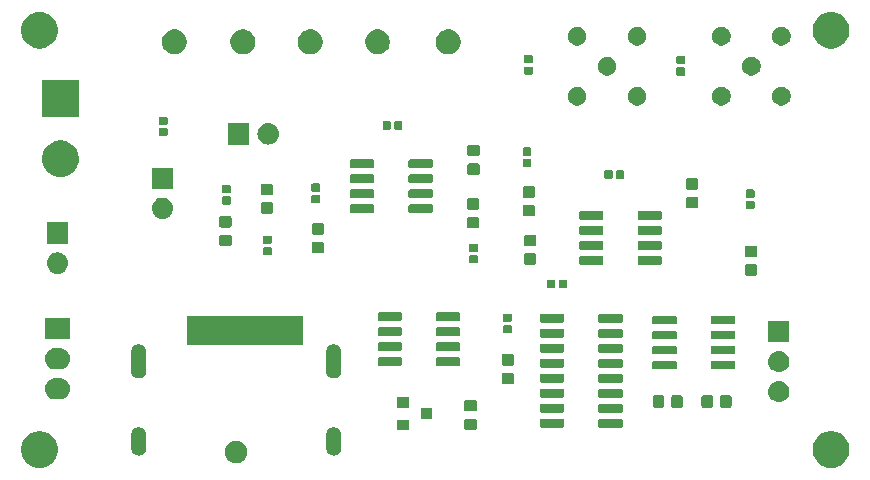
<source format=gts>
G04 #@! TF.GenerationSoftware,KiCad,Pcbnew,(5.1.4-0-10_14)*
G04 #@! TF.CreationDate,2020-03-06T13:13:34+09:00*
G04 #@! TF.ProjectId,ReadoutBoard_v3_2,52656164-6f75-4744-926f-6172645f7633,rev?*
G04 #@! TF.SameCoordinates,Original*
G04 #@! TF.FileFunction,Soldermask,Top*
G04 #@! TF.FilePolarity,Negative*
%FSLAX46Y46*%
G04 Gerber Fmt 4.6, Leading zero omitted, Abs format (unit mm)*
G04 Created by KiCad (PCBNEW (5.1.4-0-10_14)) date 2020-03-06 13:13:34*
%MOMM*%
%LPD*%
G04 APERTURE LIST*
%ADD10C,0.100000*%
G04 APERTURE END LIST*
D10*
G36*
X169302585Y-118989602D02*
G01*
X169452410Y-119019404D01*
X169734674Y-119136321D01*
X169988705Y-119306059D01*
X170204741Y-119522095D01*
X170374479Y-119776126D01*
X170491396Y-120058390D01*
X170551000Y-120358040D01*
X170551000Y-120663560D01*
X170491396Y-120963210D01*
X170374479Y-121245474D01*
X170204741Y-121499505D01*
X169988705Y-121715541D01*
X169734674Y-121885279D01*
X169452410Y-122002196D01*
X169302585Y-122031998D01*
X169152761Y-122061800D01*
X168847239Y-122061800D01*
X168697415Y-122031998D01*
X168547590Y-122002196D01*
X168265326Y-121885279D01*
X168011295Y-121715541D01*
X167795259Y-121499505D01*
X167625521Y-121245474D01*
X167508604Y-120963210D01*
X167449000Y-120663560D01*
X167449000Y-120358040D01*
X167508604Y-120058390D01*
X167625521Y-119776126D01*
X167795259Y-119522095D01*
X168011295Y-119306059D01*
X168265326Y-119136321D01*
X168547590Y-119019404D01*
X168697415Y-118989602D01*
X168847239Y-118959800D01*
X169152761Y-118959800D01*
X169302585Y-118989602D01*
X169302585Y-118989602D01*
G37*
G36*
X102302585Y-118989602D02*
G01*
X102452410Y-119019404D01*
X102734674Y-119136321D01*
X102988705Y-119306059D01*
X103204741Y-119522095D01*
X103374479Y-119776126D01*
X103491396Y-120058390D01*
X103551000Y-120358040D01*
X103551000Y-120663560D01*
X103491396Y-120963210D01*
X103374479Y-121245474D01*
X103204741Y-121499505D01*
X102988705Y-121715541D01*
X102734674Y-121885279D01*
X102452410Y-122002196D01*
X102302585Y-122031998D01*
X102152761Y-122061800D01*
X101847239Y-122061800D01*
X101697415Y-122031998D01*
X101547590Y-122002196D01*
X101265326Y-121885279D01*
X101011295Y-121715541D01*
X100795259Y-121499505D01*
X100625521Y-121245474D01*
X100508604Y-120963210D01*
X100449000Y-120663560D01*
X100449000Y-120358040D01*
X100508604Y-120058390D01*
X100625521Y-119776126D01*
X100795259Y-119522095D01*
X101011295Y-119306059D01*
X101265326Y-119136321D01*
X101547590Y-119019404D01*
X101697415Y-118989602D01*
X101847239Y-118959800D01*
X102152761Y-118959800D01*
X102302585Y-118989602D01*
X102302585Y-118989602D01*
G37*
G36*
X118920795Y-119795546D02*
G01*
X119093866Y-119867234D01*
X119093867Y-119867235D01*
X119249627Y-119971310D01*
X119382090Y-120103773D01*
X119382091Y-120103775D01*
X119486166Y-120259534D01*
X119557854Y-120432605D01*
X119594400Y-120616333D01*
X119594400Y-120803667D01*
X119557854Y-120987395D01*
X119486166Y-121160466D01*
X119486165Y-121160467D01*
X119382090Y-121316227D01*
X119249627Y-121448690D01*
X119173578Y-121499504D01*
X119093866Y-121552766D01*
X118920795Y-121624454D01*
X118737067Y-121661000D01*
X118549733Y-121661000D01*
X118366005Y-121624454D01*
X118192934Y-121552766D01*
X118113222Y-121499504D01*
X118037173Y-121448690D01*
X117904710Y-121316227D01*
X117800635Y-121160467D01*
X117800634Y-121160466D01*
X117728946Y-120987395D01*
X117692400Y-120803667D01*
X117692400Y-120616333D01*
X117728946Y-120432605D01*
X117800634Y-120259534D01*
X117904709Y-120103775D01*
X117904710Y-120103773D01*
X118037173Y-119971310D01*
X118192933Y-119867235D01*
X118192934Y-119867234D01*
X118366005Y-119795546D01*
X118549733Y-119759000D01*
X118737067Y-119759000D01*
X118920795Y-119795546D01*
X118920795Y-119795546D01*
G37*
G36*
X110521017Y-118618420D02*
G01*
X110611803Y-118645960D01*
X110643735Y-118655646D01*
X110756824Y-118716094D01*
X110855954Y-118797447D01*
X110937306Y-118896575D01*
X110997754Y-119009664D01*
X111007440Y-119041596D01*
X111034980Y-119132382D01*
X111044400Y-119228027D01*
X111044400Y-120391973D01*
X111034980Y-120487618D01*
X111007440Y-120578404D01*
X110997754Y-120610336D01*
X110937306Y-120723425D01*
X110855954Y-120822554D01*
X110756825Y-120903906D01*
X110643736Y-120964354D01*
X110611804Y-120974040D01*
X110521018Y-121001580D01*
X110393400Y-121014149D01*
X110265783Y-121001580D01*
X110174997Y-120974040D01*
X110143065Y-120964354D01*
X110029976Y-120903906D01*
X109930847Y-120822554D01*
X109849495Y-120723425D01*
X109789047Y-120610336D01*
X109779361Y-120578404D01*
X109751821Y-120487618D01*
X109742401Y-120391973D01*
X109742400Y-119228028D01*
X109751820Y-119132383D01*
X109789045Y-119009669D01*
X109789046Y-119009665D01*
X109849494Y-118896576D01*
X109930847Y-118797446D01*
X110029975Y-118716094D01*
X110143064Y-118655646D01*
X110174996Y-118645960D01*
X110265782Y-118618420D01*
X110393400Y-118605851D01*
X110521017Y-118618420D01*
X110521017Y-118618420D01*
G37*
G36*
X127031017Y-118618420D02*
G01*
X127121803Y-118645960D01*
X127153735Y-118655646D01*
X127266824Y-118716094D01*
X127365954Y-118797447D01*
X127447306Y-118896575D01*
X127507754Y-119009664D01*
X127517440Y-119041596D01*
X127544980Y-119132382D01*
X127554400Y-119228027D01*
X127554400Y-120391973D01*
X127544980Y-120487618D01*
X127517440Y-120578404D01*
X127507754Y-120610336D01*
X127447306Y-120723425D01*
X127365954Y-120822554D01*
X127266825Y-120903906D01*
X127153736Y-120964354D01*
X127121804Y-120974040D01*
X127031018Y-121001580D01*
X126903400Y-121014149D01*
X126775783Y-121001580D01*
X126684997Y-120974040D01*
X126653065Y-120964354D01*
X126539976Y-120903906D01*
X126440847Y-120822554D01*
X126359495Y-120723425D01*
X126299047Y-120610336D01*
X126289361Y-120578404D01*
X126261821Y-120487618D01*
X126252401Y-120391973D01*
X126252400Y-119228028D01*
X126261820Y-119132383D01*
X126299045Y-119009669D01*
X126299046Y-119009665D01*
X126359494Y-118896576D01*
X126440847Y-118797446D01*
X126539975Y-118716094D01*
X126653064Y-118655646D01*
X126684996Y-118645960D01*
X126775782Y-118618420D01*
X126903400Y-118605851D01*
X127031017Y-118618420D01*
X127031017Y-118618420D01*
G37*
G36*
X133257400Y-118876000D02*
G01*
X132255400Y-118876000D01*
X132255400Y-117974000D01*
X133257400Y-117974000D01*
X133257400Y-118876000D01*
X133257400Y-118876000D01*
G37*
G36*
X138860391Y-117879685D02*
G01*
X138894369Y-117889993D01*
X138925690Y-117906734D01*
X138953139Y-117929261D01*
X138975666Y-117956710D01*
X138992407Y-117988031D01*
X139002715Y-118022009D01*
X139006800Y-118063490D01*
X139006800Y-118664710D01*
X139002715Y-118706191D01*
X138992407Y-118740169D01*
X138975666Y-118771490D01*
X138953139Y-118798939D01*
X138925690Y-118821466D01*
X138894369Y-118838207D01*
X138860391Y-118848515D01*
X138818910Y-118852600D01*
X138142690Y-118852600D01*
X138101209Y-118848515D01*
X138067231Y-118838207D01*
X138035910Y-118821466D01*
X138008461Y-118798939D01*
X137985934Y-118771490D01*
X137969193Y-118740169D01*
X137958885Y-118706191D01*
X137954800Y-118664710D01*
X137954800Y-118063490D01*
X137958885Y-118022009D01*
X137969193Y-117988031D01*
X137985934Y-117956710D01*
X138008461Y-117929261D01*
X138035910Y-117906734D01*
X138067231Y-117889993D01*
X138101209Y-117879685D01*
X138142690Y-117875600D01*
X138818910Y-117875600D01*
X138860391Y-117879685D01*
X138860391Y-117879685D01*
G37*
G36*
X151263328Y-117939564D02*
G01*
X151284409Y-117945960D01*
X151303845Y-117956348D01*
X151320876Y-117970324D01*
X151334852Y-117987355D01*
X151345240Y-118006791D01*
X151351636Y-118027872D01*
X151354400Y-118055940D01*
X151354400Y-118519660D01*
X151351636Y-118547728D01*
X151345240Y-118568809D01*
X151334852Y-118588245D01*
X151320876Y-118605276D01*
X151303845Y-118619252D01*
X151284409Y-118629640D01*
X151263328Y-118636036D01*
X151235260Y-118638800D01*
X149421540Y-118638800D01*
X149393472Y-118636036D01*
X149372391Y-118629640D01*
X149352955Y-118619252D01*
X149335924Y-118605276D01*
X149321948Y-118588245D01*
X149311560Y-118568809D01*
X149305164Y-118547728D01*
X149302400Y-118519660D01*
X149302400Y-118055940D01*
X149305164Y-118027872D01*
X149311560Y-118006791D01*
X149321948Y-117987355D01*
X149335924Y-117970324D01*
X149352955Y-117956348D01*
X149372391Y-117945960D01*
X149393472Y-117939564D01*
X149421540Y-117936800D01*
X151235260Y-117936800D01*
X151263328Y-117939564D01*
X151263328Y-117939564D01*
G37*
G36*
X146313328Y-117939564D02*
G01*
X146334409Y-117945960D01*
X146353845Y-117956348D01*
X146370876Y-117970324D01*
X146384852Y-117987355D01*
X146395240Y-118006791D01*
X146401636Y-118027872D01*
X146404400Y-118055940D01*
X146404400Y-118519660D01*
X146401636Y-118547728D01*
X146395240Y-118568809D01*
X146384852Y-118588245D01*
X146370876Y-118605276D01*
X146353845Y-118619252D01*
X146334409Y-118629640D01*
X146313328Y-118636036D01*
X146285260Y-118638800D01*
X144471540Y-118638800D01*
X144443472Y-118636036D01*
X144422391Y-118629640D01*
X144402955Y-118619252D01*
X144385924Y-118605276D01*
X144371948Y-118588245D01*
X144361560Y-118568809D01*
X144355164Y-118547728D01*
X144352400Y-118519660D01*
X144352400Y-118055940D01*
X144355164Y-118027872D01*
X144361560Y-118006791D01*
X144371948Y-117987355D01*
X144385924Y-117970324D01*
X144402955Y-117956348D01*
X144422391Y-117945960D01*
X144443472Y-117939564D01*
X144471540Y-117936800D01*
X146285260Y-117936800D01*
X146313328Y-117939564D01*
X146313328Y-117939564D01*
G37*
G36*
X135257400Y-117926000D02*
G01*
X134255400Y-117926000D01*
X134255400Y-117024000D01*
X135257400Y-117024000D01*
X135257400Y-117926000D01*
X135257400Y-117926000D01*
G37*
G36*
X151263328Y-116669564D02*
G01*
X151284409Y-116675960D01*
X151303845Y-116686348D01*
X151320876Y-116700324D01*
X151334852Y-116717355D01*
X151345240Y-116736791D01*
X151351636Y-116757872D01*
X151354400Y-116785940D01*
X151354400Y-117249660D01*
X151351636Y-117277728D01*
X151345240Y-117298809D01*
X151334852Y-117318245D01*
X151320876Y-117335276D01*
X151303845Y-117349252D01*
X151284409Y-117359640D01*
X151263328Y-117366036D01*
X151235260Y-117368800D01*
X149421540Y-117368800D01*
X149393472Y-117366036D01*
X149372391Y-117359640D01*
X149352955Y-117349252D01*
X149335924Y-117335276D01*
X149321948Y-117318245D01*
X149311560Y-117298809D01*
X149305164Y-117277728D01*
X149302400Y-117249660D01*
X149302400Y-116785940D01*
X149305164Y-116757872D01*
X149311560Y-116736791D01*
X149321948Y-116717355D01*
X149335924Y-116700324D01*
X149352955Y-116686348D01*
X149372391Y-116675960D01*
X149393472Y-116669564D01*
X149421540Y-116666800D01*
X151235260Y-116666800D01*
X151263328Y-116669564D01*
X151263328Y-116669564D01*
G37*
G36*
X146313328Y-116669564D02*
G01*
X146334409Y-116675960D01*
X146353845Y-116686348D01*
X146370876Y-116700324D01*
X146384852Y-116717355D01*
X146395240Y-116736791D01*
X146401636Y-116757872D01*
X146404400Y-116785940D01*
X146404400Y-117249660D01*
X146401636Y-117277728D01*
X146395240Y-117298809D01*
X146384852Y-117318245D01*
X146370876Y-117335276D01*
X146353845Y-117349252D01*
X146334409Y-117359640D01*
X146313328Y-117366036D01*
X146285260Y-117368800D01*
X144471540Y-117368800D01*
X144443472Y-117366036D01*
X144422391Y-117359640D01*
X144402955Y-117349252D01*
X144385924Y-117335276D01*
X144371948Y-117318245D01*
X144361560Y-117298809D01*
X144355164Y-117277728D01*
X144352400Y-117249660D01*
X144352400Y-116785940D01*
X144355164Y-116757872D01*
X144361560Y-116736791D01*
X144371948Y-116717355D01*
X144385924Y-116700324D01*
X144402955Y-116686348D01*
X144422391Y-116675960D01*
X144443472Y-116669564D01*
X144471540Y-116666800D01*
X146285260Y-116666800D01*
X146313328Y-116669564D01*
X146313328Y-116669564D01*
G37*
G36*
X138860391Y-116304685D02*
G01*
X138894369Y-116314993D01*
X138925690Y-116331734D01*
X138953139Y-116354261D01*
X138975666Y-116381710D01*
X138992407Y-116413031D01*
X139002715Y-116447009D01*
X139006800Y-116488490D01*
X139006800Y-117089710D01*
X139002715Y-117131191D01*
X138992407Y-117165169D01*
X138975666Y-117196490D01*
X138953139Y-117223939D01*
X138925690Y-117246466D01*
X138894369Y-117263207D01*
X138860391Y-117273515D01*
X138818910Y-117277600D01*
X138142690Y-117277600D01*
X138101209Y-117273515D01*
X138067231Y-117263207D01*
X138035910Y-117246466D01*
X138008461Y-117223939D01*
X137985934Y-117196490D01*
X137969193Y-117165169D01*
X137958885Y-117131191D01*
X137954800Y-117089710D01*
X137954800Y-116488490D01*
X137958885Y-116447009D01*
X137969193Y-116413031D01*
X137985934Y-116381710D01*
X138008461Y-116354261D01*
X138035910Y-116331734D01*
X138067231Y-116314993D01*
X138101209Y-116304685D01*
X138142690Y-116300600D01*
X138818910Y-116300600D01*
X138860391Y-116304685D01*
X138860391Y-116304685D01*
G37*
G36*
X133257400Y-116976000D02*
G01*
X132255400Y-116976000D01*
X132255400Y-116074000D01*
X133257400Y-116074000D01*
X133257400Y-116976000D01*
X133257400Y-116976000D01*
G37*
G36*
X160438391Y-115911685D02*
G01*
X160472369Y-115921993D01*
X160503690Y-115938734D01*
X160531139Y-115961261D01*
X160553666Y-115988710D01*
X160570407Y-116020031D01*
X160580715Y-116054009D01*
X160584800Y-116095490D01*
X160584800Y-116771710D01*
X160580715Y-116813191D01*
X160570407Y-116847169D01*
X160553666Y-116878490D01*
X160531139Y-116905939D01*
X160503690Y-116928466D01*
X160472369Y-116945207D01*
X160438391Y-116955515D01*
X160396910Y-116959600D01*
X159795690Y-116959600D01*
X159754209Y-116955515D01*
X159720231Y-116945207D01*
X159688910Y-116928466D01*
X159661461Y-116905939D01*
X159638934Y-116878490D01*
X159622193Y-116847169D01*
X159611885Y-116813191D01*
X159607800Y-116771710D01*
X159607800Y-116095490D01*
X159611885Y-116054009D01*
X159622193Y-116020031D01*
X159638934Y-115988710D01*
X159661461Y-115961261D01*
X159688910Y-115938734D01*
X159720231Y-115921993D01*
X159754209Y-115911685D01*
X159795690Y-115907600D01*
X160396910Y-115907600D01*
X160438391Y-115911685D01*
X160438391Y-115911685D01*
G37*
G36*
X154723191Y-115911685D02*
G01*
X154757169Y-115921993D01*
X154788490Y-115938734D01*
X154815939Y-115961261D01*
X154838466Y-115988710D01*
X154855207Y-116020031D01*
X154865515Y-116054009D01*
X154869600Y-116095490D01*
X154869600Y-116771710D01*
X154865515Y-116813191D01*
X154855207Y-116847169D01*
X154838466Y-116878490D01*
X154815939Y-116905939D01*
X154788490Y-116928466D01*
X154757169Y-116945207D01*
X154723191Y-116955515D01*
X154681710Y-116959600D01*
X154080490Y-116959600D01*
X154039009Y-116955515D01*
X154005031Y-116945207D01*
X153973710Y-116928466D01*
X153946261Y-116905939D01*
X153923734Y-116878490D01*
X153906993Y-116847169D01*
X153896685Y-116813191D01*
X153892600Y-116771710D01*
X153892600Y-116095490D01*
X153896685Y-116054009D01*
X153906993Y-116020031D01*
X153923734Y-115988710D01*
X153946261Y-115961261D01*
X153973710Y-115938734D01*
X154005031Y-115921993D01*
X154039009Y-115911685D01*
X154080490Y-115907600D01*
X154681710Y-115907600D01*
X154723191Y-115911685D01*
X154723191Y-115911685D01*
G37*
G36*
X156298191Y-115911685D02*
G01*
X156332169Y-115921993D01*
X156363490Y-115938734D01*
X156390939Y-115961261D01*
X156413466Y-115988710D01*
X156430207Y-116020031D01*
X156440515Y-116054009D01*
X156444600Y-116095490D01*
X156444600Y-116771710D01*
X156440515Y-116813191D01*
X156430207Y-116847169D01*
X156413466Y-116878490D01*
X156390939Y-116905939D01*
X156363490Y-116928466D01*
X156332169Y-116945207D01*
X156298191Y-116955515D01*
X156256710Y-116959600D01*
X155655490Y-116959600D01*
X155614009Y-116955515D01*
X155580031Y-116945207D01*
X155548710Y-116928466D01*
X155521261Y-116905939D01*
X155498734Y-116878490D01*
X155481993Y-116847169D01*
X155471685Y-116813191D01*
X155467600Y-116771710D01*
X155467600Y-116095490D01*
X155471685Y-116054009D01*
X155481993Y-116020031D01*
X155498734Y-115988710D01*
X155521261Y-115961261D01*
X155548710Y-115938734D01*
X155580031Y-115921993D01*
X155614009Y-115911685D01*
X155655490Y-115907600D01*
X156256710Y-115907600D01*
X156298191Y-115911685D01*
X156298191Y-115911685D01*
G37*
G36*
X158863391Y-115911685D02*
G01*
X158897369Y-115921993D01*
X158928690Y-115938734D01*
X158956139Y-115961261D01*
X158978666Y-115988710D01*
X158995407Y-116020031D01*
X159005715Y-116054009D01*
X159009800Y-116095490D01*
X159009800Y-116771710D01*
X159005715Y-116813191D01*
X158995407Y-116847169D01*
X158978666Y-116878490D01*
X158956139Y-116905939D01*
X158928690Y-116928466D01*
X158897369Y-116945207D01*
X158863391Y-116955515D01*
X158821910Y-116959600D01*
X158220690Y-116959600D01*
X158179209Y-116955515D01*
X158145231Y-116945207D01*
X158113910Y-116928466D01*
X158086461Y-116905939D01*
X158063934Y-116878490D01*
X158047193Y-116847169D01*
X158036885Y-116813191D01*
X158032800Y-116771710D01*
X158032800Y-116095490D01*
X158036885Y-116054009D01*
X158047193Y-116020031D01*
X158063934Y-115988710D01*
X158086461Y-115961261D01*
X158113910Y-115938734D01*
X158145231Y-115921993D01*
X158179209Y-115911685D01*
X158220690Y-115907600D01*
X158821910Y-115907600D01*
X158863391Y-115911685D01*
X158863391Y-115911685D01*
G37*
G36*
X164677043Y-114700919D02*
G01*
X164743227Y-114707437D01*
X164913066Y-114758957D01*
X165069591Y-114842622D01*
X165105329Y-114871952D01*
X165206786Y-114955214D01*
X165290048Y-115056671D01*
X165319378Y-115092409D01*
X165403043Y-115248934D01*
X165454563Y-115418773D01*
X165471959Y-115595400D01*
X165454563Y-115772027D01*
X165403043Y-115941866D01*
X165319378Y-116098391D01*
X165290048Y-116134129D01*
X165206786Y-116235586D01*
X165110027Y-116314993D01*
X165069591Y-116348178D01*
X164913066Y-116431843D01*
X164743227Y-116483363D01*
X164677042Y-116489882D01*
X164610860Y-116496400D01*
X164522340Y-116496400D01*
X164456158Y-116489882D01*
X164389973Y-116483363D01*
X164220134Y-116431843D01*
X164063609Y-116348178D01*
X164023173Y-116314993D01*
X163926414Y-116235586D01*
X163843152Y-116134129D01*
X163813822Y-116098391D01*
X163730157Y-115941866D01*
X163678637Y-115772027D01*
X163661241Y-115595400D01*
X163678637Y-115418773D01*
X163730157Y-115248934D01*
X163813822Y-115092409D01*
X163843152Y-115056671D01*
X163926414Y-114955214D01*
X164027871Y-114871952D01*
X164063609Y-114842622D01*
X164220134Y-114758957D01*
X164389973Y-114707437D01*
X164456157Y-114700919D01*
X164522340Y-114694400D01*
X164610860Y-114694400D01*
X164677043Y-114700919D01*
X164677043Y-114700919D01*
G37*
G36*
X103815343Y-114436761D02*
G01*
X103834568Y-114438654D01*
X104007234Y-114491032D01*
X104166365Y-114576089D01*
X104305844Y-114690556D01*
X104420311Y-114830035D01*
X104505368Y-114989166D01*
X104505368Y-114989167D01*
X104536687Y-115092409D01*
X104557746Y-115161833D01*
X104575432Y-115341400D01*
X104563082Y-115466791D01*
X104557746Y-115520968D01*
X104542174Y-115572300D01*
X104505368Y-115693634D01*
X104420311Y-115852765D01*
X104305844Y-115992244D01*
X104166365Y-116106711D01*
X104007234Y-116191768D01*
X103920900Y-116217957D01*
X103834568Y-116244146D01*
X103815343Y-116246039D01*
X103699998Y-116257400D01*
X103310002Y-116257400D01*
X103194657Y-116246039D01*
X103175432Y-116244146D01*
X103089100Y-116217957D01*
X103002766Y-116191768D01*
X102843635Y-116106711D01*
X102704156Y-115992244D01*
X102589689Y-115852765D01*
X102504632Y-115693634D01*
X102467826Y-115572300D01*
X102452254Y-115520968D01*
X102446918Y-115466791D01*
X102434568Y-115341400D01*
X102452254Y-115161833D01*
X102473314Y-115092409D01*
X102504632Y-114989167D01*
X102504632Y-114989166D01*
X102589689Y-114830035D01*
X102704156Y-114690556D01*
X102843635Y-114576089D01*
X103002766Y-114491032D01*
X103175432Y-114438654D01*
X103194657Y-114436761D01*
X103310002Y-114425400D01*
X103699998Y-114425400D01*
X103815343Y-114436761D01*
X103815343Y-114436761D01*
G37*
G36*
X146313328Y-115399564D02*
G01*
X146334409Y-115405960D01*
X146353845Y-115416348D01*
X146370876Y-115430324D01*
X146384852Y-115447355D01*
X146395240Y-115466791D01*
X146401636Y-115487872D01*
X146404400Y-115515940D01*
X146404400Y-115979660D01*
X146401636Y-116007728D01*
X146395240Y-116028809D01*
X146384852Y-116048245D01*
X146370876Y-116065276D01*
X146353845Y-116079252D01*
X146334409Y-116089640D01*
X146313328Y-116096036D01*
X146285260Y-116098800D01*
X144471540Y-116098800D01*
X144443472Y-116096036D01*
X144422391Y-116089640D01*
X144402955Y-116079252D01*
X144385924Y-116065276D01*
X144371948Y-116048245D01*
X144361560Y-116028809D01*
X144355164Y-116007728D01*
X144352400Y-115979660D01*
X144352400Y-115515940D01*
X144355164Y-115487872D01*
X144361560Y-115466791D01*
X144371948Y-115447355D01*
X144385924Y-115430324D01*
X144402955Y-115416348D01*
X144422391Y-115405960D01*
X144443472Y-115399564D01*
X144471540Y-115396800D01*
X146285260Y-115396800D01*
X146313328Y-115399564D01*
X146313328Y-115399564D01*
G37*
G36*
X151263328Y-115399564D02*
G01*
X151284409Y-115405960D01*
X151303845Y-115416348D01*
X151320876Y-115430324D01*
X151334852Y-115447355D01*
X151345240Y-115466791D01*
X151351636Y-115487872D01*
X151354400Y-115515940D01*
X151354400Y-115979660D01*
X151351636Y-116007728D01*
X151345240Y-116028809D01*
X151334852Y-116048245D01*
X151320876Y-116065276D01*
X151303845Y-116079252D01*
X151284409Y-116089640D01*
X151263328Y-116096036D01*
X151235260Y-116098800D01*
X149421540Y-116098800D01*
X149393472Y-116096036D01*
X149372391Y-116089640D01*
X149352955Y-116079252D01*
X149335924Y-116065276D01*
X149321948Y-116048245D01*
X149311560Y-116028809D01*
X149305164Y-116007728D01*
X149302400Y-115979660D01*
X149302400Y-115515940D01*
X149305164Y-115487872D01*
X149311560Y-115466791D01*
X149321948Y-115447355D01*
X149335924Y-115430324D01*
X149352955Y-115416348D01*
X149372391Y-115405960D01*
X149393472Y-115399564D01*
X149421540Y-115396800D01*
X151235260Y-115396800D01*
X151263328Y-115399564D01*
X151263328Y-115399564D01*
G37*
G36*
X142009991Y-113993485D02*
G01*
X142043969Y-114003793D01*
X142075290Y-114020534D01*
X142102739Y-114043061D01*
X142125266Y-114070510D01*
X142142007Y-114101831D01*
X142152315Y-114135809D01*
X142156400Y-114177290D01*
X142156400Y-114778510D01*
X142152315Y-114819991D01*
X142142007Y-114853969D01*
X142125266Y-114885290D01*
X142102739Y-114912739D01*
X142075290Y-114935266D01*
X142043969Y-114952007D01*
X142009991Y-114962315D01*
X141968510Y-114966400D01*
X141292290Y-114966400D01*
X141250809Y-114962315D01*
X141216831Y-114952007D01*
X141185510Y-114935266D01*
X141158061Y-114912739D01*
X141135534Y-114885290D01*
X141118793Y-114853969D01*
X141108485Y-114819991D01*
X141104400Y-114778510D01*
X141104400Y-114177290D01*
X141108485Y-114135809D01*
X141118793Y-114101831D01*
X141135534Y-114070510D01*
X141158061Y-114043061D01*
X141185510Y-114020534D01*
X141216831Y-114003793D01*
X141250809Y-113993485D01*
X141292290Y-113989400D01*
X141968510Y-113989400D01*
X142009991Y-113993485D01*
X142009991Y-113993485D01*
G37*
G36*
X146313328Y-114129564D02*
G01*
X146334409Y-114135960D01*
X146353845Y-114146348D01*
X146370876Y-114160324D01*
X146384852Y-114177355D01*
X146395240Y-114196791D01*
X146401636Y-114217872D01*
X146404400Y-114245940D01*
X146404400Y-114709660D01*
X146401636Y-114737728D01*
X146395240Y-114758809D01*
X146384852Y-114778245D01*
X146370876Y-114795276D01*
X146353845Y-114809252D01*
X146334409Y-114819640D01*
X146313328Y-114826036D01*
X146285260Y-114828800D01*
X144471540Y-114828800D01*
X144443472Y-114826036D01*
X144422391Y-114819640D01*
X144402955Y-114809252D01*
X144385924Y-114795276D01*
X144371948Y-114778245D01*
X144361560Y-114758809D01*
X144355164Y-114737728D01*
X144352400Y-114709660D01*
X144352400Y-114245940D01*
X144355164Y-114217872D01*
X144361560Y-114196791D01*
X144371948Y-114177355D01*
X144385924Y-114160324D01*
X144402955Y-114146348D01*
X144422391Y-114135960D01*
X144443472Y-114129564D01*
X144471540Y-114126800D01*
X146285260Y-114126800D01*
X146313328Y-114129564D01*
X146313328Y-114129564D01*
G37*
G36*
X151263328Y-114129564D02*
G01*
X151284409Y-114135960D01*
X151303845Y-114146348D01*
X151320876Y-114160324D01*
X151334852Y-114177355D01*
X151345240Y-114196791D01*
X151351636Y-114217872D01*
X151354400Y-114245940D01*
X151354400Y-114709660D01*
X151351636Y-114737728D01*
X151345240Y-114758809D01*
X151334852Y-114778245D01*
X151320876Y-114795276D01*
X151303845Y-114809252D01*
X151284409Y-114819640D01*
X151263328Y-114826036D01*
X151235260Y-114828800D01*
X149421540Y-114828800D01*
X149393472Y-114826036D01*
X149372391Y-114819640D01*
X149352955Y-114809252D01*
X149335924Y-114795276D01*
X149321948Y-114778245D01*
X149311560Y-114758809D01*
X149305164Y-114737728D01*
X149302400Y-114709660D01*
X149302400Y-114245940D01*
X149305164Y-114217872D01*
X149311560Y-114196791D01*
X149321948Y-114177355D01*
X149335924Y-114160324D01*
X149352955Y-114146348D01*
X149372391Y-114135960D01*
X149393472Y-114129564D01*
X149421540Y-114126800D01*
X151235260Y-114126800D01*
X151263328Y-114129564D01*
X151263328Y-114129564D01*
G37*
G36*
X127031017Y-111588420D02*
G01*
X127121803Y-111615960D01*
X127153735Y-111625646D01*
X127266824Y-111686094D01*
X127365954Y-111767447D01*
X127447306Y-111866575D01*
X127507754Y-111979664D01*
X127512448Y-111995138D01*
X127544980Y-112102382D01*
X127554400Y-112198027D01*
X127554400Y-113861973D01*
X127544980Y-113957618D01*
X127522852Y-114030564D01*
X127507754Y-114080336D01*
X127447306Y-114193425D01*
X127365954Y-114292554D01*
X127266825Y-114373906D01*
X127153736Y-114434354D01*
X127121804Y-114444040D01*
X127031018Y-114471580D01*
X126903400Y-114484149D01*
X126775783Y-114471580D01*
X126684997Y-114444040D01*
X126653065Y-114434354D01*
X126539976Y-114373906D01*
X126440847Y-114292554D01*
X126359495Y-114193425D01*
X126299047Y-114080336D01*
X126283949Y-114030564D01*
X126261821Y-113957618D01*
X126252401Y-113861973D01*
X126252400Y-112198028D01*
X126252430Y-112197728D01*
X126257075Y-112150557D01*
X126261820Y-112102383D01*
X126289360Y-112011597D01*
X126299046Y-111979665D01*
X126359494Y-111866576D01*
X126440847Y-111767446D01*
X126539975Y-111686094D01*
X126653064Y-111625646D01*
X126684996Y-111615960D01*
X126775782Y-111588420D01*
X126903400Y-111575851D01*
X127031017Y-111588420D01*
X127031017Y-111588420D01*
G37*
G36*
X110521017Y-111588420D02*
G01*
X110611803Y-111615960D01*
X110643735Y-111625646D01*
X110756824Y-111686094D01*
X110855954Y-111767447D01*
X110937306Y-111866575D01*
X110997754Y-111979664D01*
X111002448Y-111995138D01*
X111034980Y-112102382D01*
X111044400Y-112198027D01*
X111044400Y-113861973D01*
X111034980Y-113957618D01*
X111012852Y-114030564D01*
X110997754Y-114080336D01*
X110937306Y-114193425D01*
X110855954Y-114292554D01*
X110756825Y-114373906D01*
X110643736Y-114434354D01*
X110611804Y-114444040D01*
X110521018Y-114471580D01*
X110393400Y-114484149D01*
X110265783Y-114471580D01*
X110174997Y-114444040D01*
X110143065Y-114434354D01*
X110029976Y-114373906D01*
X109930847Y-114292554D01*
X109849495Y-114193425D01*
X109789047Y-114080336D01*
X109773949Y-114030564D01*
X109751821Y-113957618D01*
X109742401Y-113861973D01*
X109742400Y-112198028D01*
X109742430Y-112197728D01*
X109747075Y-112150557D01*
X109751820Y-112102383D01*
X109779360Y-112011597D01*
X109789046Y-111979665D01*
X109849494Y-111866576D01*
X109930847Y-111767446D01*
X110029975Y-111686094D01*
X110143064Y-111625646D01*
X110174996Y-111615960D01*
X110265782Y-111588420D01*
X110393400Y-111575851D01*
X110521017Y-111588420D01*
X110521017Y-111588420D01*
G37*
G36*
X164677043Y-112160919D02*
G01*
X164743227Y-112167437D01*
X164913066Y-112218957D01*
X165069591Y-112302622D01*
X165093276Y-112322060D01*
X165206786Y-112415214D01*
X165272682Y-112495510D01*
X165319378Y-112552409D01*
X165403043Y-112708934D01*
X165454563Y-112878773D01*
X165471959Y-113055400D01*
X165454563Y-113232027D01*
X165403043Y-113401866D01*
X165319378Y-113558391D01*
X165291746Y-113592060D01*
X165206786Y-113695586D01*
X165105329Y-113778848D01*
X165069591Y-113808178D01*
X164913066Y-113891843D01*
X164743227Y-113943363D01*
X164677043Y-113949881D01*
X164610860Y-113956400D01*
X164522340Y-113956400D01*
X164456157Y-113949881D01*
X164389973Y-113943363D01*
X164220134Y-113891843D01*
X164063609Y-113808178D01*
X164027871Y-113778848D01*
X163926414Y-113695586D01*
X163841454Y-113592060D01*
X163813822Y-113558391D01*
X163730157Y-113401866D01*
X163678637Y-113232027D01*
X163661241Y-113055400D01*
X163678637Y-112878773D01*
X163730157Y-112708934D01*
X163813822Y-112552409D01*
X163860518Y-112495510D01*
X163926414Y-112415214D01*
X164039924Y-112322060D01*
X164063609Y-112302622D01*
X164220134Y-112218957D01*
X164389973Y-112167437D01*
X164456157Y-112160919D01*
X164522340Y-112154400D01*
X164610860Y-112154400D01*
X164677043Y-112160919D01*
X164677043Y-112160919D01*
G37*
G36*
X103815343Y-111896761D02*
G01*
X103834568Y-111898654D01*
X103887464Y-111914700D01*
X104007234Y-111951032D01*
X104166365Y-112036089D01*
X104305844Y-112150556D01*
X104420311Y-112290035D01*
X104505368Y-112449166D01*
X104505368Y-112449167D01*
X104540561Y-112565180D01*
X104557746Y-112621833D01*
X104575432Y-112801400D01*
X104563082Y-112926791D01*
X104557746Y-112980968D01*
X104549182Y-113009200D01*
X104505368Y-113153634D01*
X104420311Y-113312765D01*
X104305844Y-113452244D01*
X104166365Y-113566711D01*
X104007234Y-113651768D01*
X103977970Y-113660645D01*
X103834568Y-113704146D01*
X103815343Y-113706039D01*
X103699998Y-113717400D01*
X103310002Y-113717400D01*
X103194657Y-113706039D01*
X103175432Y-113704146D01*
X103032030Y-113660645D01*
X103002766Y-113651768D01*
X102843635Y-113566711D01*
X102704156Y-113452244D01*
X102589689Y-113312765D01*
X102504632Y-113153634D01*
X102460818Y-113009200D01*
X102452254Y-112980968D01*
X102446918Y-112926791D01*
X102434568Y-112801400D01*
X102452254Y-112621833D01*
X102469440Y-112565180D01*
X102504632Y-112449167D01*
X102504632Y-112449166D01*
X102589689Y-112290035D01*
X102704156Y-112150556D01*
X102843635Y-112036089D01*
X103002766Y-111951032D01*
X103122536Y-111914700D01*
X103175432Y-111898654D01*
X103194657Y-111896761D01*
X103310002Y-111885400D01*
X103699998Y-111885400D01*
X103815343Y-111896761D01*
X103815343Y-111896761D01*
G37*
G36*
X155838328Y-113011964D02*
G01*
X155859409Y-113018360D01*
X155878845Y-113028748D01*
X155895876Y-113042724D01*
X155909852Y-113059755D01*
X155920240Y-113079191D01*
X155926636Y-113100272D01*
X155929400Y-113128340D01*
X155929400Y-113592060D01*
X155926636Y-113620128D01*
X155920240Y-113641209D01*
X155909852Y-113660645D01*
X155895876Y-113677676D01*
X155878845Y-113691652D01*
X155859409Y-113702040D01*
X155838328Y-113708436D01*
X155810260Y-113711200D01*
X153996540Y-113711200D01*
X153968472Y-113708436D01*
X153947391Y-113702040D01*
X153927955Y-113691652D01*
X153910924Y-113677676D01*
X153896948Y-113660645D01*
X153886560Y-113641209D01*
X153880164Y-113620128D01*
X153877400Y-113592060D01*
X153877400Y-113128340D01*
X153880164Y-113100272D01*
X153886560Y-113079191D01*
X153896948Y-113059755D01*
X153910924Y-113042724D01*
X153927955Y-113028748D01*
X153947391Y-113018360D01*
X153968472Y-113011964D01*
X153996540Y-113009200D01*
X155810260Y-113009200D01*
X155838328Y-113011964D01*
X155838328Y-113011964D01*
G37*
G36*
X160788328Y-113011964D02*
G01*
X160809409Y-113018360D01*
X160828845Y-113028748D01*
X160845876Y-113042724D01*
X160859852Y-113059755D01*
X160870240Y-113079191D01*
X160876636Y-113100272D01*
X160879400Y-113128340D01*
X160879400Y-113592060D01*
X160876636Y-113620128D01*
X160870240Y-113641209D01*
X160859852Y-113660645D01*
X160845876Y-113677676D01*
X160828845Y-113691652D01*
X160809409Y-113702040D01*
X160788328Y-113708436D01*
X160760260Y-113711200D01*
X158946540Y-113711200D01*
X158918472Y-113708436D01*
X158897391Y-113702040D01*
X158877955Y-113691652D01*
X158860924Y-113677676D01*
X158846948Y-113660645D01*
X158836560Y-113641209D01*
X158830164Y-113620128D01*
X158827400Y-113592060D01*
X158827400Y-113128340D01*
X158830164Y-113100272D01*
X158836560Y-113079191D01*
X158846948Y-113059755D01*
X158860924Y-113042724D01*
X158877955Y-113028748D01*
X158897391Y-113018360D01*
X158918472Y-113011964D01*
X158946540Y-113009200D01*
X160760260Y-113009200D01*
X160788328Y-113011964D01*
X160788328Y-113011964D01*
G37*
G36*
X151263328Y-112859564D02*
G01*
X151284409Y-112865960D01*
X151303845Y-112876348D01*
X151320876Y-112890324D01*
X151334852Y-112907355D01*
X151345240Y-112926791D01*
X151351636Y-112947872D01*
X151354400Y-112975940D01*
X151354400Y-113439660D01*
X151351636Y-113467728D01*
X151345240Y-113488809D01*
X151334852Y-113508245D01*
X151320876Y-113525276D01*
X151303845Y-113539252D01*
X151284409Y-113549640D01*
X151263328Y-113556036D01*
X151235260Y-113558800D01*
X149421540Y-113558800D01*
X149393472Y-113556036D01*
X149372391Y-113549640D01*
X149352955Y-113539252D01*
X149335924Y-113525276D01*
X149321948Y-113508245D01*
X149311560Y-113488809D01*
X149305164Y-113467728D01*
X149302400Y-113439660D01*
X149302400Y-112975940D01*
X149305164Y-112947872D01*
X149311560Y-112926791D01*
X149321948Y-112907355D01*
X149335924Y-112890324D01*
X149352955Y-112876348D01*
X149372391Y-112865960D01*
X149393472Y-112859564D01*
X149421540Y-112856800D01*
X151235260Y-112856800D01*
X151263328Y-112859564D01*
X151263328Y-112859564D01*
G37*
G36*
X146313328Y-112859564D02*
G01*
X146334409Y-112865960D01*
X146353845Y-112876348D01*
X146370876Y-112890324D01*
X146384852Y-112907355D01*
X146395240Y-112926791D01*
X146401636Y-112947872D01*
X146404400Y-112975940D01*
X146404400Y-113439660D01*
X146401636Y-113467728D01*
X146395240Y-113488809D01*
X146384852Y-113508245D01*
X146370876Y-113525276D01*
X146353845Y-113539252D01*
X146334409Y-113549640D01*
X146313328Y-113556036D01*
X146285260Y-113558800D01*
X144471540Y-113558800D01*
X144443472Y-113556036D01*
X144422391Y-113549640D01*
X144402955Y-113539252D01*
X144385924Y-113525276D01*
X144371948Y-113508245D01*
X144361560Y-113488809D01*
X144355164Y-113467728D01*
X144352400Y-113439660D01*
X144352400Y-112975940D01*
X144355164Y-112947872D01*
X144361560Y-112926791D01*
X144371948Y-112907355D01*
X144385924Y-112890324D01*
X144402955Y-112876348D01*
X144422391Y-112865960D01*
X144443472Y-112859564D01*
X144471540Y-112856800D01*
X146285260Y-112856800D01*
X146313328Y-112859564D01*
X146313328Y-112859564D01*
G37*
G36*
X137521928Y-112707164D02*
G01*
X137543009Y-112713560D01*
X137562445Y-112723948D01*
X137579476Y-112737924D01*
X137593452Y-112754955D01*
X137603840Y-112774391D01*
X137610236Y-112795472D01*
X137613000Y-112823540D01*
X137613000Y-113287260D01*
X137610236Y-113315328D01*
X137603840Y-113336409D01*
X137593452Y-113355845D01*
X137579476Y-113372876D01*
X137562445Y-113386852D01*
X137543009Y-113397240D01*
X137521928Y-113403636D01*
X137493860Y-113406400D01*
X135680140Y-113406400D01*
X135652072Y-113403636D01*
X135630991Y-113397240D01*
X135611555Y-113386852D01*
X135594524Y-113372876D01*
X135580548Y-113355845D01*
X135570160Y-113336409D01*
X135563764Y-113315328D01*
X135561000Y-113287260D01*
X135561000Y-112823540D01*
X135563764Y-112795472D01*
X135570160Y-112774391D01*
X135580548Y-112754955D01*
X135594524Y-112737924D01*
X135611555Y-112723948D01*
X135630991Y-112713560D01*
X135652072Y-112707164D01*
X135680140Y-112704400D01*
X137493860Y-112704400D01*
X137521928Y-112707164D01*
X137521928Y-112707164D01*
G37*
G36*
X132571928Y-112707164D02*
G01*
X132593009Y-112713560D01*
X132612445Y-112723948D01*
X132629476Y-112737924D01*
X132643452Y-112754955D01*
X132653840Y-112774391D01*
X132660236Y-112795472D01*
X132663000Y-112823540D01*
X132663000Y-113287260D01*
X132660236Y-113315328D01*
X132653840Y-113336409D01*
X132643452Y-113355845D01*
X132629476Y-113372876D01*
X132612445Y-113386852D01*
X132593009Y-113397240D01*
X132571928Y-113403636D01*
X132543860Y-113406400D01*
X130730140Y-113406400D01*
X130702072Y-113403636D01*
X130680991Y-113397240D01*
X130661555Y-113386852D01*
X130644524Y-113372876D01*
X130630548Y-113355845D01*
X130620160Y-113336409D01*
X130613764Y-113315328D01*
X130611000Y-113287260D01*
X130611000Y-112823540D01*
X130613764Y-112795472D01*
X130620160Y-112774391D01*
X130630548Y-112754955D01*
X130644524Y-112737924D01*
X130661555Y-112723948D01*
X130680991Y-112713560D01*
X130702072Y-112707164D01*
X130730140Y-112704400D01*
X132543860Y-112704400D01*
X132571928Y-112707164D01*
X132571928Y-112707164D01*
G37*
G36*
X142009991Y-112418485D02*
G01*
X142043969Y-112428793D01*
X142075290Y-112445534D01*
X142102739Y-112468061D01*
X142125266Y-112495510D01*
X142142007Y-112526831D01*
X142152315Y-112560809D01*
X142156400Y-112602290D01*
X142156400Y-113203510D01*
X142152315Y-113244991D01*
X142142007Y-113278969D01*
X142125266Y-113310290D01*
X142102739Y-113337739D01*
X142075290Y-113360266D01*
X142043969Y-113377007D01*
X142009991Y-113387315D01*
X141968510Y-113391400D01*
X141292290Y-113391400D01*
X141250809Y-113387315D01*
X141216831Y-113377007D01*
X141185510Y-113360266D01*
X141158061Y-113337739D01*
X141135534Y-113310290D01*
X141118793Y-113278969D01*
X141108485Y-113244991D01*
X141104400Y-113203510D01*
X141104400Y-112602290D01*
X141108485Y-112560809D01*
X141118793Y-112526831D01*
X141135534Y-112495510D01*
X141158061Y-112468061D01*
X141185510Y-112445534D01*
X141216831Y-112428793D01*
X141250809Y-112418485D01*
X141292290Y-112414400D01*
X141968510Y-112414400D01*
X142009991Y-112418485D01*
X142009991Y-112418485D01*
G37*
G36*
X155838328Y-111741964D02*
G01*
X155859409Y-111748360D01*
X155878845Y-111758748D01*
X155895876Y-111772724D01*
X155909852Y-111789755D01*
X155920240Y-111809191D01*
X155926636Y-111830272D01*
X155929400Y-111858340D01*
X155929400Y-112322060D01*
X155926636Y-112350128D01*
X155920240Y-112371209D01*
X155909852Y-112390645D01*
X155895876Y-112407676D01*
X155878845Y-112421652D01*
X155859409Y-112432040D01*
X155838328Y-112438436D01*
X155810260Y-112441200D01*
X153996540Y-112441200D01*
X153968472Y-112438436D01*
X153947391Y-112432040D01*
X153927955Y-112421652D01*
X153910924Y-112407676D01*
X153896948Y-112390645D01*
X153886560Y-112371209D01*
X153880164Y-112350128D01*
X153877400Y-112322060D01*
X153877400Y-111858340D01*
X153880164Y-111830272D01*
X153886560Y-111809191D01*
X153896948Y-111789755D01*
X153910924Y-111772724D01*
X153927955Y-111758748D01*
X153947391Y-111748360D01*
X153968472Y-111741964D01*
X153996540Y-111739200D01*
X155810260Y-111739200D01*
X155838328Y-111741964D01*
X155838328Y-111741964D01*
G37*
G36*
X160788328Y-111741964D02*
G01*
X160809409Y-111748360D01*
X160828845Y-111758748D01*
X160845876Y-111772724D01*
X160859852Y-111789755D01*
X160870240Y-111809191D01*
X160876636Y-111830272D01*
X160879400Y-111858340D01*
X160879400Y-112322060D01*
X160876636Y-112350128D01*
X160870240Y-112371209D01*
X160859852Y-112390645D01*
X160845876Y-112407676D01*
X160828845Y-112421652D01*
X160809409Y-112432040D01*
X160788328Y-112438436D01*
X160760260Y-112441200D01*
X158946540Y-112441200D01*
X158918472Y-112438436D01*
X158897391Y-112432040D01*
X158877955Y-112421652D01*
X158860924Y-112407676D01*
X158846948Y-112390645D01*
X158836560Y-112371209D01*
X158830164Y-112350128D01*
X158827400Y-112322060D01*
X158827400Y-111858340D01*
X158830164Y-111830272D01*
X158836560Y-111809191D01*
X158846948Y-111789755D01*
X158860924Y-111772724D01*
X158877955Y-111758748D01*
X158897391Y-111748360D01*
X158918472Y-111741964D01*
X158946540Y-111739200D01*
X160760260Y-111739200D01*
X160788328Y-111741964D01*
X160788328Y-111741964D01*
G37*
G36*
X151263328Y-111589564D02*
G01*
X151284409Y-111595960D01*
X151303845Y-111606348D01*
X151320876Y-111620324D01*
X151334852Y-111637355D01*
X151345240Y-111656791D01*
X151351636Y-111677872D01*
X151354400Y-111705940D01*
X151354400Y-112169660D01*
X151351636Y-112197728D01*
X151345240Y-112218809D01*
X151334852Y-112238245D01*
X151320876Y-112255276D01*
X151303845Y-112269252D01*
X151284409Y-112279640D01*
X151263328Y-112286036D01*
X151235260Y-112288800D01*
X149421540Y-112288800D01*
X149393472Y-112286036D01*
X149372391Y-112279640D01*
X149352955Y-112269252D01*
X149335924Y-112255276D01*
X149321948Y-112238245D01*
X149311560Y-112218809D01*
X149305164Y-112197728D01*
X149302400Y-112169660D01*
X149302400Y-111705940D01*
X149305164Y-111677872D01*
X149311560Y-111656791D01*
X149321948Y-111637355D01*
X149335924Y-111620324D01*
X149352955Y-111606348D01*
X149372391Y-111595960D01*
X149393472Y-111589564D01*
X149421540Y-111586800D01*
X151235260Y-111586800D01*
X151263328Y-111589564D01*
X151263328Y-111589564D01*
G37*
G36*
X146313328Y-111589564D02*
G01*
X146334409Y-111595960D01*
X146353845Y-111606348D01*
X146370876Y-111620324D01*
X146384852Y-111637355D01*
X146395240Y-111656791D01*
X146401636Y-111677872D01*
X146404400Y-111705940D01*
X146404400Y-112169660D01*
X146401636Y-112197728D01*
X146395240Y-112218809D01*
X146384852Y-112238245D01*
X146370876Y-112255276D01*
X146353845Y-112269252D01*
X146334409Y-112279640D01*
X146313328Y-112286036D01*
X146285260Y-112288800D01*
X144471540Y-112288800D01*
X144443472Y-112286036D01*
X144422391Y-112279640D01*
X144402955Y-112269252D01*
X144385924Y-112255276D01*
X144371948Y-112238245D01*
X144361560Y-112218809D01*
X144355164Y-112197728D01*
X144352400Y-112169660D01*
X144352400Y-111705940D01*
X144355164Y-111677872D01*
X144361560Y-111656791D01*
X144371948Y-111637355D01*
X144385924Y-111620324D01*
X144402955Y-111606348D01*
X144422391Y-111595960D01*
X144443472Y-111589564D01*
X144471540Y-111586800D01*
X146285260Y-111586800D01*
X146313328Y-111589564D01*
X146313328Y-111589564D01*
G37*
G36*
X137521928Y-111437164D02*
G01*
X137543009Y-111443560D01*
X137562445Y-111453948D01*
X137579476Y-111467924D01*
X137593452Y-111484955D01*
X137603840Y-111504391D01*
X137610236Y-111525472D01*
X137613000Y-111553540D01*
X137613000Y-112017260D01*
X137610236Y-112045328D01*
X137603840Y-112066409D01*
X137593452Y-112085845D01*
X137579476Y-112102876D01*
X137562445Y-112116852D01*
X137543009Y-112127240D01*
X137521928Y-112133636D01*
X137493860Y-112136400D01*
X135680140Y-112136400D01*
X135652072Y-112133636D01*
X135630991Y-112127240D01*
X135611555Y-112116852D01*
X135594524Y-112102876D01*
X135580548Y-112085845D01*
X135570160Y-112066409D01*
X135563764Y-112045328D01*
X135561000Y-112017260D01*
X135561000Y-111553540D01*
X135563764Y-111525472D01*
X135570160Y-111504391D01*
X135580548Y-111484955D01*
X135594524Y-111467924D01*
X135611555Y-111453948D01*
X135630991Y-111443560D01*
X135652072Y-111437164D01*
X135680140Y-111434400D01*
X137493860Y-111434400D01*
X137521928Y-111437164D01*
X137521928Y-111437164D01*
G37*
G36*
X132571928Y-111437164D02*
G01*
X132593009Y-111443560D01*
X132612445Y-111453948D01*
X132629476Y-111467924D01*
X132643452Y-111484955D01*
X132653840Y-111504391D01*
X132660236Y-111525472D01*
X132663000Y-111553540D01*
X132663000Y-112017260D01*
X132660236Y-112045328D01*
X132653840Y-112066409D01*
X132643452Y-112085845D01*
X132629476Y-112102876D01*
X132612445Y-112116852D01*
X132593009Y-112127240D01*
X132571928Y-112133636D01*
X132543860Y-112136400D01*
X130730140Y-112136400D01*
X130702072Y-112133636D01*
X130680991Y-112127240D01*
X130661555Y-112116852D01*
X130644524Y-112102876D01*
X130630548Y-112085845D01*
X130620160Y-112066409D01*
X130613764Y-112045328D01*
X130611000Y-112017260D01*
X130611000Y-111553540D01*
X130613764Y-111525472D01*
X130620160Y-111504391D01*
X130630548Y-111484955D01*
X130644524Y-111467924D01*
X130661555Y-111453948D01*
X130680991Y-111443560D01*
X130702072Y-111437164D01*
X130730140Y-111434400D01*
X132543860Y-111434400D01*
X132571928Y-111437164D01*
X132571928Y-111437164D01*
G37*
G36*
X124334400Y-111681000D02*
G01*
X114452400Y-111681000D01*
X114452400Y-109179000D01*
X124334400Y-109179000D01*
X124334400Y-111681000D01*
X124334400Y-111681000D01*
G37*
G36*
X165467600Y-111416400D02*
G01*
X163665600Y-111416400D01*
X163665600Y-109614400D01*
X165467600Y-109614400D01*
X165467600Y-111416400D01*
X165467600Y-111416400D01*
G37*
G36*
X104571000Y-111177400D02*
G01*
X102439000Y-111177400D01*
X102439000Y-109345400D01*
X104571000Y-109345400D01*
X104571000Y-111177400D01*
X104571000Y-111177400D01*
G37*
G36*
X155838328Y-110471964D02*
G01*
X155859409Y-110478360D01*
X155878845Y-110488748D01*
X155895876Y-110502724D01*
X155909852Y-110519755D01*
X155920240Y-110539191D01*
X155926636Y-110560272D01*
X155929400Y-110588340D01*
X155929400Y-111052060D01*
X155926636Y-111080128D01*
X155920240Y-111101209D01*
X155909852Y-111120645D01*
X155895876Y-111137676D01*
X155878845Y-111151652D01*
X155859409Y-111162040D01*
X155838328Y-111168436D01*
X155810260Y-111171200D01*
X153996540Y-111171200D01*
X153968472Y-111168436D01*
X153947391Y-111162040D01*
X153927955Y-111151652D01*
X153910924Y-111137676D01*
X153896948Y-111120645D01*
X153886560Y-111101209D01*
X153880164Y-111080128D01*
X153877400Y-111052060D01*
X153877400Y-110588340D01*
X153880164Y-110560272D01*
X153886560Y-110539191D01*
X153896948Y-110519755D01*
X153910924Y-110502724D01*
X153927955Y-110488748D01*
X153947391Y-110478360D01*
X153968472Y-110471964D01*
X153996540Y-110469200D01*
X155810260Y-110469200D01*
X155838328Y-110471964D01*
X155838328Y-110471964D01*
G37*
G36*
X160788328Y-110471964D02*
G01*
X160809409Y-110478360D01*
X160828845Y-110488748D01*
X160845876Y-110502724D01*
X160859852Y-110519755D01*
X160870240Y-110539191D01*
X160876636Y-110560272D01*
X160879400Y-110588340D01*
X160879400Y-111052060D01*
X160876636Y-111080128D01*
X160870240Y-111101209D01*
X160859852Y-111120645D01*
X160845876Y-111137676D01*
X160828845Y-111151652D01*
X160809409Y-111162040D01*
X160788328Y-111168436D01*
X160760260Y-111171200D01*
X158946540Y-111171200D01*
X158918472Y-111168436D01*
X158897391Y-111162040D01*
X158877955Y-111151652D01*
X158860924Y-111137676D01*
X158846948Y-111120645D01*
X158836560Y-111101209D01*
X158830164Y-111080128D01*
X158827400Y-111052060D01*
X158827400Y-110588340D01*
X158830164Y-110560272D01*
X158836560Y-110539191D01*
X158846948Y-110519755D01*
X158860924Y-110502724D01*
X158877955Y-110488748D01*
X158897391Y-110478360D01*
X158918472Y-110471964D01*
X158946540Y-110469200D01*
X160760260Y-110469200D01*
X160788328Y-110471964D01*
X160788328Y-110471964D01*
G37*
G36*
X151263328Y-110319564D02*
G01*
X151284409Y-110325960D01*
X151303845Y-110336348D01*
X151320876Y-110350324D01*
X151334852Y-110367355D01*
X151345240Y-110386791D01*
X151351636Y-110407872D01*
X151354400Y-110435940D01*
X151354400Y-110899660D01*
X151351636Y-110927728D01*
X151345240Y-110948809D01*
X151334852Y-110968245D01*
X151320876Y-110985276D01*
X151303845Y-110999252D01*
X151284409Y-111009640D01*
X151263328Y-111016036D01*
X151235260Y-111018800D01*
X149421540Y-111018800D01*
X149393472Y-111016036D01*
X149372391Y-111009640D01*
X149352955Y-110999252D01*
X149335924Y-110985276D01*
X149321948Y-110968245D01*
X149311560Y-110948809D01*
X149305164Y-110927728D01*
X149302400Y-110899660D01*
X149302400Y-110435940D01*
X149305164Y-110407872D01*
X149311560Y-110386791D01*
X149321948Y-110367355D01*
X149335924Y-110350324D01*
X149352955Y-110336348D01*
X149372391Y-110325960D01*
X149393472Y-110319564D01*
X149421540Y-110316800D01*
X151235260Y-110316800D01*
X151263328Y-110319564D01*
X151263328Y-110319564D01*
G37*
G36*
X146313328Y-110319564D02*
G01*
X146334409Y-110325960D01*
X146353845Y-110336348D01*
X146370876Y-110350324D01*
X146384852Y-110367355D01*
X146395240Y-110386791D01*
X146401636Y-110407872D01*
X146404400Y-110435940D01*
X146404400Y-110899660D01*
X146401636Y-110927728D01*
X146395240Y-110948809D01*
X146384852Y-110968245D01*
X146370876Y-110985276D01*
X146353845Y-110999252D01*
X146334409Y-111009640D01*
X146313328Y-111016036D01*
X146285260Y-111018800D01*
X144471540Y-111018800D01*
X144443472Y-111016036D01*
X144422391Y-111009640D01*
X144402955Y-110999252D01*
X144385924Y-110985276D01*
X144371948Y-110968245D01*
X144361560Y-110948809D01*
X144355164Y-110927728D01*
X144352400Y-110899660D01*
X144352400Y-110435940D01*
X144355164Y-110407872D01*
X144361560Y-110386791D01*
X144371948Y-110367355D01*
X144385924Y-110350324D01*
X144402955Y-110336348D01*
X144422391Y-110325960D01*
X144443472Y-110319564D01*
X144471540Y-110316800D01*
X146285260Y-110316800D01*
X146313328Y-110319564D01*
X146313328Y-110319564D01*
G37*
G36*
X132571928Y-110167164D02*
G01*
X132593009Y-110173560D01*
X132612445Y-110183948D01*
X132629476Y-110197924D01*
X132643452Y-110214955D01*
X132653840Y-110234391D01*
X132660236Y-110255472D01*
X132663000Y-110283540D01*
X132663000Y-110747260D01*
X132660236Y-110775328D01*
X132653840Y-110796409D01*
X132643452Y-110815845D01*
X132629476Y-110832876D01*
X132612445Y-110846852D01*
X132593009Y-110857240D01*
X132571928Y-110863636D01*
X132543860Y-110866400D01*
X130730140Y-110866400D01*
X130702072Y-110863636D01*
X130680991Y-110857240D01*
X130661555Y-110846852D01*
X130644524Y-110832876D01*
X130630548Y-110815845D01*
X130620160Y-110796409D01*
X130613764Y-110775328D01*
X130611000Y-110747260D01*
X130611000Y-110283540D01*
X130613764Y-110255472D01*
X130620160Y-110234391D01*
X130630548Y-110214955D01*
X130644524Y-110197924D01*
X130661555Y-110183948D01*
X130680991Y-110173560D01*
X130702072Y-110167164D01*
X130730140Y-110164400D01*
X132543860Y-110164400D01*
X132571928Y-110167164D01*
X132571928Y-110167164D01*
G37*
G36*
X137521928Y-110167164D02*
G01*
X137543009Y-110173560D01*
X137562445Y-110183948D01*
X137579476Y-110197924D01*
X137593452Y-110214955D01*
X137603840Y-110234391D01*
X137610236Y-110255472D01*
X137613000Y-110283540D01*
X137613000Y-110747260D01*
X137610236Y-110775328D01*
X137603840Y-110796409D01*
X137593452Y-110815845D01*
X137579476Y-110832876D01*
X137562445Y-110846852D01*
X137543009Y-110857240D01*
X137521928Y-110863636D01*
X137493860Y-110866400D01*
X135680140Y-110866400D01*
X135652072Y-110863636D01*
X135630991Y-110857240D01*
X135611555Y-110846852D01*
X135594524Y-110832876D01*
X135580548Y-110815845D01*
X135570160Y-110796409D01*
X135563764Y-110775328D01*
X135561000Y-110747260D01*
X135561000Y-110283540D01*
X135563764Y-110255472D01*
X135570160Y-110234391D01*
X135580548Y-110214955D01*
X135594524Y-110197924D01*
X135611555Y-110183948D01*
X135630991Y-110173560D01*
X135652072Y-110167164D01*
X135680140Y-110164400D01*
X137493860Y-110164400D01*
X137521928Y-110167164D01*
X137521928Y-110167164D01*
G37*
G36*
X141886938Y-109971316D02*
G01*
X141907557Y-109977571D01*
X141926553Y-109987724D01*
X141943208Y-110001392D01*
X141956876Y-110018047D01*
X141967029Y-110037043D01*
X141973284Y-110057662D01*
X141976000Y-110085240D01*
X141976000Y-110543960D01*
X141973284Y-110571538D01*
X141967029Y-110592157D01*
X141956876Y-110611153D01*
X141943208Y-110627808D01*
X141926553Y-110641476D01*
X141907557Y-110651629D01*
X141886938Y-110657884D01*
X141859360Y-110660600D01*
X141350640Y-110660600D01*
X141323062Y-110657884D01*
X141302443Y-110651629D01*
X141283447Y-110641476D01*
X141266792Y-110627808D01*
X141253124Y-110611153D01*
X141242971Y-110592157D01*
X141236716Y-110571538D01*
X141234000Y-110543960D01*
X141234000Y-110085240D01*
X141236716Y-110057662D01*
X141242971Y-110037043D01*
X141253124Y-110018047D01*
X141266792Y-110001392D01*
X141283447Y-109987724D01*
X141302443Y-109977571D01*
X141323062Y-109971316D01*
X141350640Y-109968600D01*
X141859360Y-109968600D01*
X141886938Y-109971316D01*
X141886938Y-109971316D01*
G37*
G36*
X160788328Y-109201964D02*
G01*
X160809409Y-109208360D01*
X160828845Y-109218748D01*
X160845876Y-109232724D01*
X160859852Y-109249755D01*
X160870240Y-109269191D01*
X160876636Y-109290272D01*
X160879400Y-109318340D01*
X160879400Y-109782060D01*
X160876636Y-109810128D01*
X160870240Y-109831209D01*
X160859852Y-109850645D01*
X160845876Y-109867676D01*
X160828845Y-109881652D01*
X160809409Y-109892040D01*
X160788328Y-109898436D01*
X160760260Y-109901200D01*
X158946540Y-109901200D01*
X158918472Y-109898436D01*
X158897391Y-109892040D01*
X158877955Y-109881652D01*
X158860924Y-109867676D01*
X158846948Y-109850645D01*
X158836560Y-109831209D01*
X158830164Y-109810128D01*
X158827400Y-109782060D01*
X158827400Y-109318340D01*
X158830164Y-109290272D01*
X158836560Y-109269191D01*
X158846948Y-109249755D01*
X158860924Y-109232724D01*
X158877955Y-109218748D01*
X158897391Y-109208360D01*
X158918472Y-109201964D01*
X158946540Y-109199200D01*
X160760260Y-109199200D01*
X160788328Y-109201964D01*
X160788328Y-109201964D01*
G37*
G36*
X155838328Y-109201964D02*
G01*
X155859409Y-109208360D01*
X155878845Y-109218748D01*
X155895876Y-109232724D01*
X155909852Y-109249755D01*
X155920240Y-109269191D01*
X155926636Y-109290272D01*
X155929400Y-109318340D01*
X155929400Y-109782060D01*
X155926636Y-109810128D01*
X155920240Y-109831209D01*
X155909852Y-109850645D01*
X155895876Y-109867676D01*
X155878845Y-109881652D01*
X155859409Y-109892040D01*
X155838328Y-109898436D01*
X155810260Y-109901200D01*
X153996540Y-109901200D01*
X153968472Y-109898436D01*
X153947391Y-109892040D01*
X153927955Y-109881652D01*
X153910924Y-109867676D01*
X153896948Y-109850645D01*
X153886560Y-109831209D01*
X153880164Y-109810128D01*
X153877400Y-109782060D01*
X153877400Y-109318340D01*
X153880164Y-109290272D01*
X153886560Y-109269191D01*
X153896948Y-109249755D01*
X153910924Y-109232724D01*
X153927955Y-109218748D01*
X153947391Y-109208360D01*
X153968472Y-109201964D01*
X153996540Y-109199200D01*
X155810260Y-109199200D01*
X155838328Y-109201964D01*
X155838328Y-109201964D01*
G37*
G36*
X146313328Y-109049564D02*
G01*
X146334409Y-109055960D01*
X146353845Y-109066348D01*
X146370876Y-109080324D01*
X146384852Y-109097355D01*
X146395240Y-109116791D01*
X146401636Y-109137872D01*
X146404400Y-109165940D01*
X146404400Y-109629660D01*
X146401636Y-109657728D01*
X146395240Y-109678809D01*
X146384852Y-109698245D01*
X146370876Y-109715276D01*
X146353845Y-109729252D01*
X146334409Y-109739640D01*
X146313328Y-109746036D01*
X146285260Y-109748800D01*
X144471540Y-109748800D01*
X144443472Y-109746036D01*
X144422391Y-109739640D01*
X144402955Y-109729252D01*
X144385924Y-109715276D01*
X144371948Y-109698245D01*
X144361560Y-109678809D01*
X144355164Y-109657728D01*
X144352400Y-109629660D01*
X144352400Y-109165940D01*
X144355164Y-109137872D01*
X144361560Y-109116791D01*
X144371948Y-109097355D01*
X144385924Y-109080324D01*
X144402955Y-109066348D01*
X144422391Y-109055960D01*
X144443472Y-109049564D01*
X144471540Y-109046800D01*
X146285260Y-109046800D01*
X146313328Y-109049564D01*
X146313328Y-109049564D01*
G37*
G36*
X151263328Y-109049564D02*
G01*
X151284409Y-109055960D01*
X151303845Y-109066348D01*
X151320876Y-109080324D01*
X151334852Y-109097355D01*
X151345240Y-109116791D01*
X151351636Y-109137872D01*
X151354400Y-109165940D01*
X151354400Y-109629660D01*
X151351636Y-109657728D01*
X151345240Y-109678809D01*
X151334852Y-109698245D01*
X151320876Y-109715276D01*
X151303845Y-109729252D01*
X151284409Y-109739640D01*
X151263328Y-109746036D01*
X151235260Y-109748800D01*
X149421540Y-109748800D01*
X149393472Y-109746036D01*
X149372391Y-109739640D01*
X149352955Y-109729252D01*
X149335924Y-109715276D01*
X149321948Y-109698245D01*
X149311560Y-109678809D01*
X149305164Y-109657728D01*
X149302400Y-109629660D01*
X149302400Y-109165940D01*
X149305164Y-109137872D01*
X149311560Y-109116791D01*
X149321948Y-109097355D01*
X149335924Y-109080324D01*
X149352955Y-109066348D01*
X149372391Y-109055960D01*
X149393472Y-109049564D01*
X149421540Y-109046800D01*
X151235260Y-109046800D01*
X151263328Y-109049564D01*
X151263328Y-109049564D01*
G37*
G36*
X141886938Y-109001316D02*
G01*
X141907557Y-109007571D01*
X141926553Y-109017724D01*
X141943208Y-109031392D01*
X141956876Y-109048047D01*
X141967029Y-109067043D01*
X141973284Y-109087662D01*
X141976000Y-109115240D01*
X141976000Y-109573960D01*
X141973284Y-109601538D01*
X141967029Y-109622157D01*
X141956876Y-109641153D01*
X141943208Y-109657808D01*
X141926553Y-109671476D01*
X141907557Y-109681629D01*
X141886938Y-109687884D01*
X141859360Y-109690600D01*
X141350640Y-109690600D01*
X141323062Y-109687884D01*
X141302443Y-109681629D01*
X141283447Y-109671476D01*
X141266792Y-109657808D01*
X141253124Y-109641153D01*
X141242971Y-109622157D01*
X141236716Y-109601538D01*
X141234000Y-109573960D01*
X141234000Y-109115240D01*
X141236716Y-109087662D01*
X141242971Y-109067043D01*
X141253124Y-109048047D01*
X141266792Y-109031392D01*
X141283447Y-109017724D01*
X141302443Y-109007571D01*
X141323062Y-109001316D01*
X141350640Y-108998600D01*
X141859360Y-108998600D01*
X141886938Y-109001316D01*
X141886938Y-109001316D01*
G37*
G36*
X132571928Y-108897164D02*
G01*
X132593009Y-108903560D01*
X132612445Y-108913948D01*
X132629476Y-108927924D01*
X132643452Y-108944955D01*
X132653840Y-108964391D01*
X132660236Y-108985472D01*
X132663000Y-109013540D01*
X132663000Y-109477260D01*
X132660236Y-109505328D01*
X132653840Y-109526409D01*
X132643452Y-109545845D01*
X132629476Y-109562876D01*
X132612445Y-109576852D01*
X132593009Y-109587240D01*
X132571928Y-109593636D01*
X132543860Y-109596400D01*
X130730140Y-109596400D01*
X130702072Y-109593636D01*
X130680991Y-109587240D01*
X130661555Y-109576852D01*
X130644524Y-109562876D01*
X130630548Y-109545845D01*
X130620160Y-109526409D01*
X130613764Y-109505328D01*
X130611000Y-109477260D01*
X130611000Y-109013540D01*
X130613764Y-108985472D01*
X130620160Y-108964391D01*
X130630548Y-108944955D01*
X130644524Y-108927924D01*
X130661555Y-108913948D01*
X130680991Y-108903560D01*
X130702072Y-108897164D01*
X130730140Y-108894400D01*
X132543860Y-108894400D01*
X132571928Y-108897164D01*
X132571928Y-108897164D01*
G37*
G36*
X137521928Y-108897164D02*
G01*
X137543009Y-108903560D01*
X137562445Y-108913948D01*
X137579476Y-108927924D01*
X137593452Y-108944955D01*
X137603840Y-108964391D01*
X137610236Y-108985472D01*
X137613000Y-109013540D01*
X137613000Y-109477260D01*
X137610236Y-109505328D01*
X137603840Y-109526409D01*
X137593452Y-109545845D01*
X137579476Y-109562876D01*
X137562445Y-109576852D01*
X137543009Y-109587240D01*
X137521928Y-109593636D01*
X137493860Y-109596400D01*
X135680140Y-109596400D01*
X135652072Y-109593636D01*
X135630991Y-109587240D01*
X135611555Y-109576852D01*
X135594524Y-109562876D01*
X135580548Y-109545845D01*
X135570160Y-109526409D01*
X135563764Y-109505328D01*
X135561000Y-109477260D01*
X135561000Y-109013540D01*
X135563764Y-108985472D01*
X135570160Y-108964391D01*
X135580548Y-108944955D01*
X135594524Y-108927924D01*
X135611555Y-108913948D01*
X135630991Y-108903560D01*
X135652072Y-108897164D01*
X135680140Y-108894400D01*
X137493860Y-108894400D01*
X137521928Y-108897164D01*
X137521928Y-108897164D01*
G37*
G36*
X145567938Y-106108516D02*
G01*
X145588557Y-106114771D01*
X145607553Y-106124924D01*
X145624208Y-106138592D01*
X145637876Y-106155247D01*
X145648029Y-106174243D01*
X145654284Y-106194862D01*
X145657000Y-106222440D01*
X145657000Y-106731160D01*
X145654284Y-106758738D01*
X145648029Y-106779357D01*
X145637876Y-106798353D01*
X145624208Y-106815008D01*
X145607553Y-106828676D01*
X145588557Y-106838829D01*
X145567938Y-106845084D01*
X145540360Y-106847800D01*
X145081640Y-106847800D01*
X145054062Y-106845084D01*
X145033443Y-106838829D01*
X145014447Y-106828676D01*
X144997792Y-106815008D01*
X144984124Y-106798353D01*
X144973971Y-106779357D01*
X144967716Y-106758738D01*
X144965000Y-106731160D01*
X144965000Y-106222440D01*
X144967716Y-106194862D01*
X144973971Y-106174243D01*
X144984124Y-106155247D01*
X144997792Y-106138592D01*
X145014447Y-106124924D01*
X145033443Y-106114771D01*
X145054062Y-106108516D01*
X145081640Y-106105800D01*
X145540360Y-106105800D01*
X145567938Y-106108516D01*
X145567938Y-106108516D01*
G37*
G36*
X146537938Y-106108516D02*
G01*
X146558557Y-106114771D01*
X146577553Y-106124924D01*
X146594208Y-106138592D01*
X146607876Y-106155247D01*
X146618029Y-106174243D01*
X146624284Y-106194862D01*
X146627000Y-106222440D01*
X146627000Y-106731160D01*
X146624284Y-106758738D01*
X146618029Y-106779357D01*
X146607876Y-106798353D01*
X146594208Y-106815008D01*
X146577553Y-106828676D01*
X146558557Y-106838829D01*
X146537938Y-106845084D01*
X146510360Y-106847800D01*
X146051640Y-106847800D01*
X146024062Y-106845084D01*
X146003443Y-106838829D01*
X145984447Y-106828676D01*
X145967792Y-106815008D01*
X145954124Y-106798353D01*
X145943971Y-106779357D01*
X145937716Y-106758738D01*
X145935000Y-106731160D01*
X145935000Y-106222440D01*
X145937716Y-106194862D01*
X145943971Y-106174243D01*
X145954124Y-106155247D01*
X145967792Y-106138592D01*
X145984447Y-106124924D01*
X146003443Y-106114771D01*
X146024062Y-106108516D01*
X146051640Y-106105800D01*
X146510360Y-106105800D01*
X146537938Y-106108516D01*
X146537938Y-106108516D01*
G37*
G36*
X162609391Y-104824085D02*
G01*
X162643369Y-104834393D01*
X162674690Y-104851134D01*
X162702139Y-104873661D01*
X162724666Y-104901110D01*
X162741407Y-104932431D01*
X162751715Y-104966409D01*
X162755800Y-105007890D01*
X162755800Y-105609110D01*
X162751715Y-105650591D01*
X162741407Y-105684569D01*
X162724666Y-105715890D01*
X162702139Y-105743339D01*
X162674690Y-105765866D01*
X162643369Y-105782607D01*
X162609391Y-105792915D01*
X162567910Y-105797000D01*
X161891690Y-105797000D01*
X161850209Y-105792915D01*
X161816231Y-105782607D01*
X161784910Y-105765866D01*
X161757461Y-105743339D01*
X161734934Y-105715890D01*
X161718193Y-105684569D01*
X161707885Y-105650591D01*
X161703800Y-105609110D01*
X161703800Y-105007890D01*
X161707885Y-104966409D01*
X161718193Y-104932431D01*
X161734934Y-104901110D01*
X161757461Y-104873661D01*
X161784910Y-104851134D01*
X161816231Y-104834393D01*
X161850209Y-104824085D01*
X161891690Y-104820000D01*
X162567910Y-104820000D01*
X162609391Y-104824085D01*
X162609391Y-104824085D01*
G37*
G36*
X103615443Y-103817019D02*
G01*
X103681627Y-103823537D01*
X103851466Y-103875057D01*
X103851468Y-103875058D01*
X103883164Y-103892000D01*
X104007991Y-103958722D01*
X104043729Y-103988052D01*
X104145186Y-104071314D01*
X104221372Y-104164148D01*
X104257778Y-104208509D01*
X104341443Y-104365034D01*
X104392963Y-104534873D01*
X104410359Y-104711500D01*
X104392963Y-104888127D01*
X104341443Y-105057966D01*
X104257778Y-105214491D01*
X104228448Y-105250229D01*
X104145186Y-105351686D01*
X104043729Y-105434948D01*
X104007991Y-105464278D01*
X103851466Y-105547943D01*
X103681627Y-105599463D01*
X103615443Y-105605981D01*
X103549260Y-105612500D01*
X103460740Y-105612500D01*
X103394557Y-105605981D01*
X103328373Y-105599463D01*
X103158534Y-105547943D01*
X103002009Y-105464278D01*
X102966271Y-105434948D01*
X102864814Y-105351686D01*
X102781552Y-105250229D01*
X102752222Y-105214491D01*
X102668557Y-105057966D01*
X102617037Y-104888127D01*
X102599641Y-104711500D01*
X102617037Y-104534873D01*
X102668557Y-104365034D01*
X102752222Y-104208509D01*
X102788628Y-104164148D01*
X102864814Y-104071314D01*
X102966271Y-103988052D01*
X103002009Y-103958722D01*
X103126836Y-103892000D01*
X103158532Y-103875058D01*
X103158534Y-103875057D01*
X103328373Y-103823537D01*
X103394558Y-103817018D01*
X103460740Y-103810500D01*
X103549260Y-103810500D01*
X103615443Y-103817019D01*
X103615443Y-103817019D01*
G37*
G36*
X143914991Y-103884285D02*
G01*
X143948969Y-103894593D01*
X143980290Y-103911334D01*
X144007739Y-103933861D01*
X144030266Y-103961310D01*
X144047007Y-103992631D01*
X144057315Y-104026609D01*
X144061400Y-104068090D01*
X144061400Y-104669310D01*
X144057315Y-104710791D01*
X144047007Y-104744769D01*
X144030266Y-104776090D01*
X144007739Y-104803539D01*
X143980290Y-104826066D01*
X143948969Y-104842807D01*
X143914991Y-104853115D01*
X143873510Y-104857200D01*
X143197290Y-104857200D01*
X143155809Y-104853115D01*
X143121831Y-104842807D01*
X143090510Y-104826066D01*
X143063061Y-104803539D01*
X143040534Y-104776090D01*
X143023793Y-104744769D01*
X143013485Y-104710791D01*
X143009400Y-104669310D01*
X143009400Y-104068090D01*
X143013485Y-104026609D01*
X143023793Y-103992631D01*
X143040534Y-103961310D01*
X143063061Y-103933861D01*
X143090510Y-103911334D01*
X143121831Y-103894593D01*
X143155809Y-103884285D01*
X143197290Y-103880200D01*
X143873510Y-103880200D01*
X143914991Y-103884285D01*
X143914991Y-103884285D01*
G37*
G36*
X154590728Y-104147364D02*
G01*
X154611809Y-104153760D01*
X154631245Y-104164148D01*
X154648276Y-104178124D01*
X154662252Y-104195155D01*
X154672640Y-104214591D01*
X154679036Y-104235672D01*
X154681800Y-104263740D01*
X154681800Y-104727460D01*
X154679036Y-104755528D01*
X154672640Y-104776609D01*
X154662252Y-104796045D01*
X154648276Y-104813076D01*
X154631245Y-104827052D01*
X154611809Y-104837440D01*
X154590728Y-104843836D01*
X154562660Y-104846600D01*
X152748940Y-104846600D01*
X152720872Y-104843836D01*
X152699791Y-104837440D01*
X152680355Y-104827052D01*
X152663324Y-104813076D01*
X152649348Y-104796045D01*
X152638960Y-104776609D01*
X152632564Y-104755528D01*
X152629800Y-104727460D01*
X152629800Y-104263740D01*
X152632564Y-104235672D01*
X152638960Y-104214591D01*
X152649348Y-104195155D01*
X152663324Y-104178124D01*
X152680355Y-104164148D01*
X152699791Y-104153760D01*
X152720872Y-104147364D01*
X152748940Y-104144600D01*
X154562660Y-104144600D01*
X154590728Y-104147364D01*
X154590728Y-104147364D01*
G37*
G36*
X149640728Y-104147364D02*
G01*
X149661809Y-104153760D01*
X149681245Y-104164148D01*
X149698276Y-104178124D01*
X149712252Y-104195155D01*
X149722640Y-104214591D01*
X149729036Y-104235672D01*
X149731800Y-104263740D01*
X149731800Y-104727460D01*
X149729036Y-104755528D01*
X149722640Y-104776609D01*
X149712252Y-104796045D01*
X149698276Y-104813076D01*
X149681245Y-104827052D01*
X149661809Y-104837440D01*
X149640728Y-104843836D01*
X149612660Y-104846600D01*
X147798940Y-104846600D01*
X147770872Y-104843836D01*
X147749791Y-104837440D01*
X147730355Y-104827052D01*
X147713324Y-104813076D01*
X147699348Y-104796045D01*
X147688960Y-104776609D01*
X147682564Y-104755528D01*
X147679800Y-104727460D01*
X147679800Y-104263740D01*
X147682564Y-104235672D01*
X147688960Y-104214591D01*
X147699348Y-104195155D01*
X147713324Y-104178124D01*
X147730355Y-104164148D01*
X147749791Y-104153760D01*
X147770872Y-104147364D01*
X147798940Y-104144600D01*
X149612660Y-104144600D01*
X149640728Y-104147364D01*
X149640728Y-104147364D01*
G37*
G36*
X139016738Y-104053116D02*
G01*
X139037357Y-104059371D01*
X139056353Y-104069524D01*
X139073008Y-104083192D01*
X139086676Y-104099847D01*
X139096829Y-104118843D01*
X139103084Y-104139462D01*
X139105800Y-104167040D01*
X139105800Y-104625760D01*
X139103084Y-104653338D01*
X139096829Y-104673957D01*
X139086676Y-104692953D01*
X139073008Y-104709608D01*
X139056353Y-104723276D01*
X139037357Y-104733429D01*
X139016738Y-104739684D01*
X138989160Y-104742400D01*
X138480440Y-104742400D01*
X138452862Y-104739684D01*
X138432243Y-104733429D01*
X138413247Y-104723276D01*
X138396592Y-104709608D01*
X138382924Y-104692953D01*
X138372771Y-104673957D01*
X138366516Y-104653338D01*
X138363800Y-104625760D01*
X138363800Y-104167040D01*
X138366516Y-104139462D01*
X138372771Y-104118843D01*
X138382924Y-104099847D01*
X138396592Y-104083192D01*
X138413247Y-104069524D01*
X138432243Y-104059371D01*
X138452862Y-104053116D01*
X138480440Y-104050400D01*
X138989160Y-104050400D01*
X139016738Y-104053116D01*
X139016738Y-104053116D01*
G37*
G36*
X162609391Y-103249085D02*
G01*
X162643369Y-103259393D01*
X162674690Y-103276134D01*
X162702139Y-103298661D01*
X162724666Y-103326110D01*
X162741407Y-103357431D01*
X162751715Y-103391409D01*
X162755800Y-103432890D01*
X162755800Y-104034110D01*
X162751715Y-104075591D01*
X162741407Y-104109569D01*
X162724666Y-104140890D01*
X162702139Y-104168339D01*
X162674690Y-104190866D01*
X162643369Y-104207607D01*
X162609391Y-104217915D01*
X162567910Y-104222000D01*
X161891690Y-104222000D01*
X161850209Y-104217915D01*
X161816231Y-104207607D01*
X161784910Y-104190866D01*
X161757461Y-104168339D01*
X161734934Y-104140890D01*
X161718193Y-104109569D01*
X161707885Y-104075591D01*
X161703800Y-104034110D01*
X161703800Y-103432890D01*
X161707885Y-103391409D01*
X161718193Y-103357431D01*
X161734934Y-103326110D01*
X161757461Y-103298661D01*
X161784910Y-103276134D01*
X161816231Y-103259393D01*
X161850209Y-103249085D01*
X161891690Y-103245000D01*
X162567910Y-103245000D01*
X162609391Y-103249085D01*
X162609391Y-103249085D01*
G37*
G36*
X121566938Y-103367316D02*
G01*
X121587557Y-103373571D01*
X121606553Y-103383724D01*
X121623208Y-103397392D01*
X121636876Y-103414047D01*
X121647029Y-103433043D01*
X121653284Y-103453662D01*
X121656000Y-103481240D01*
X121656000Y-103939960D01*
X121653284Y-103967538D01*
X121647029Y-103988157D01*
X121636876Y-104007153D01*
X121623208Y-104023808D01*
X121606553Y-104037476D01*
X121587557Y-104047629D01*
X121566938Y-104053884D01*
X121539360Y-104056600D01*
X121030640Y-104056600D01*
X121003062Y-104053884D01*
X120982443Y-104047629D01*
X120963447Y-104037476D01*
X120946792Y-104023808D01*
X120933124Y-104007153D01*
X120922971Y-103988157D01*
X120916716Y-103967538D01*
X120914000Y-103939960D01*
X120914000Y-103481240D01*
X120916716Y-103453662D01*
X120922971Y-103433043D01*
X120933124Y-103414047D01*
X120946792Y-103397392D01*
X120963447Y-103383724D01*
X120982443Y-103373571D01*
X121003062Y-103367316D01*
X121030640Y-103364600D01*
X121539360Y-103364600D01*
X121566938Y-103367316D01*
X121566938Y-103367316D01*
G37*
G36*
X125931791Y-102919085D02*
G01*
X125965769Y-102929393D01*
X125997090Y-102946134D01*
X126024539Y-102968661D01*
X126047066Y-102996110D01*
X126063807Y-103027431D01*
X126074115Y-103061409D01*
X126078200Y-103102890D01*
X126078200Y-103704110D01*
X126074115Y-103745591D01*
X126063807Y-103779569D01*
X126047066Y-103810890D01*
X126024539Y-103838339D01*
X125997090Y-103860866D01*
X125965769Y-103877607D01*
X125931791Y-103887915D01*
X125890310Y-103892000D01*
X125214090Y-103892000D01*
X125172609Y-103887915D01*
X125138631Y-103877607D01*
X125107310Y-103860866D01*
X125079861Y-103838339D01*
X125057334Y-103810890D01*
X125040593Y-103779569D01*
X125030285Y-103745591D01*
X125026200Y-103704110D01*
X125026200Y-103102890D01*
X125030285Y-103061409D01*
X125040593Y-103027431D01*
X125057334Y-102996110D01*
X125079861Y-102968661D01*
X125107310Y-102946134D01*
X125138631Y-102929393D01*
X125172609Y-102919085D01*
X125214090Y-102915000D01*
X125890310Y-102915000D01*
X125931791Y-102919085D01*
X125931791Y-102919085D01*
G37*
G36*
X139016738Y-103083116D02*
G01*
X139037357Y-103089371D01*
X139056353Y-103099524D01*
X139073008Y-103113192D01*
X139086676Y-103129847D01*
X139096829Y-103148843D01*
X139103084Y-103169462D01*
X139105800Y-103197040D01*
X139105800Y-103655760D01*
X139103084Y-103683338D01*
X139096829Y-103703957D01*
X139086676Y-103722953D01*
X139073008Y-103739608D01*
X139056353Y-103753276D01*
X139037357Y-103763429D01*
X139016738Y-103769684D01*
X138989160Y-103772400D01*
X138480440Y-103772400D01*
X138452862Y-103769684D01*
X138432243Y-103763429D01*
X138413247Y-103753276D01*
X138396592Y-103739608D01*
X138382924Y-103722953D01*
X138372771Y-103703957D01*
X138366516Y-103683338D01*
X138363800Y-103655760D01*
X138363800Y-103197040D01*
X138366516Y-103169462D01*
X138372771Y-103148843D01*
X138382924Y-103129847D01*
X138396592Y-103113192D01*
X138413247Y-103099524D01*
X138432243Y-103089371D01*
X138452862Y-103083116D01*
X138480440Y-103080400D01*
X138989160Y-103080400D01*
X139016738Y-103083116D01*
X139016738Y-103083116D01*
G37*
G36*
X149640728Y-102877364D02*
G01*
X149661809Y-102883760D01*
X149681245Y-102894148D01*
X149698276Y-102908124D01*
X149712252Y-102925155D01*
X149722640Y-102944591D01*
X149729036Y-102965672D01*
X149731800Y-102993740D01*
X149731800Y-103457460D01*
X149729036Y-103485528D01*
X149722640Y-103506609D01*
X149712252Y-103526045D01*
X149698276Y-103543076D01*
X149681245Y-103557052D01*
X149661809Y-103567440D01*
X149640728Y-103573836D01*
X149612660Y-103576600D01*
X147798940Y-103576600D01*
X147770872Y-103573836D01*
X147749791Y-103567440D01*
X147730355Y-103557052D01*
X147713324Y-103543076D01*
X147699348Y-103526045D01*
X147688960Y-103506609D01*
X147682564Y-103485528D01*
X147679800Y-103457460D01*
X147679800Y-102993740D01*
X147682564Y-102965672D01*
X147688960Y-102944591D01*
X147699348Y-102925155D01*
X147713324Y-102908124D01*
X147730355Y-102894148D01*
X147749791Y-102883760D01*
X147770872Y-102877364D01*
X147798940Y-102874600D01*
X149612660Y-102874600D01*
X149640728Y-102877364D01*
X149640728Y-102877364D01*
G37*
G36*
X154590728Y-102877364D02*
G01*
X154611809Y-102883760D01*
X154631245Y-102894148D01*
X154648276Y-102908124D01*
X154662252Y-102925155D01*
X154672640Y-102944591D01*
X154679036Y-102965672D01*
X154681800Y-102993740D01*
X154681800Y-103457460D01*
X154679036Y-103485528D01*
X154672640Y-103506609D01*
X154662252Y-103526045D01*
X154648276Y-103543076D01*
X154631245Y-103557052D01*
X154611809Y-103567440D01*
X154590728Y-103573836D01*
X154562660Y-103576600D01*
X152748940Y-103576600D01*
X152720872Y-103573836D01*
X152699791Y-103567440D01*
X152680355Y-103557052D01*
X152663324Y-103543076D01*
X152649348Y-103526045D01*
X152638960Y-103506609D01*
X152632564Y-103485528D01*
X152629800Y-103457460D01*
X152629800Y-102993740D01*
X152632564Y-102965672D01*
X152638960Y-102944591D01*
X152649348Y-102925155D01*
X152663324Y-102908124D01*
X152680355Y-102894148D01*
X152699791Y-102883760D01*
X152720872Y-102877364D01*
X152748940Y-102874600D01*
X154562660Y-102874600D01*
X154590728Y-102877364D01*
X154590728Y-102877364D01*
G37*
G36*
X118108591Y-102309485D02*
G01*
X118142569Y-102319793D01*
X118173890Y-102336534D01*
X118201339Y-102359061D01*
X118223866Y-102386510D01*
X118240607Y-102417831D01*
X118250915Y-102451809D01*
X118255000Y-102493290D01*
X118255000Y-103094510D01*
X118250915Y-103135991D01*
X118240607Y-103169969D01*
X118223866Y-103201290D01*
X118201339Y-103228739D01*
X118173890Y-103251266D01*
X118142569Y-103268007D01*
X118108591Y-103278315D01*
X118067110Y-103282400D01*
X117390890Y-103282400D01*
X117349409Y-103278315D01*
X117315431Y-103268007D01*
X117284110Y-103251266D01*
X117256661Y-103228739D01*
X117234134Y-103201290D01*
X117217393Y-103169969D01*
X117207085Y-103135991D01*
X117203000Y-103094510D01*
X117203000Y-102493290D01*
X117207085Y-102451809D01*
X117217393Y-102417831D01*
X117234134Y-102386510D01*
X117256661Y-102359061D01*
X117284110Y-102336534D01*
X117315431Y-102319793D01*
X117349409Y-102309485D01*
X117390890Y-102305400D01*
X118067110Y-102305400D01*
X118108591Y-102309485D01*
X118108591Y-102309485D01*
G37*
G36*
X143914991Y-102309285D02*
G01*
X143948969Y-102319593D01*
X143980290Y-102336334D01*
X144007739Y-102358861D01*
X144030266Y-102386310D01*
X144047007Y-102417631D01*
X144057315Y-102451609D01*
X144061400Y-102493090D01*
X144061400Y-103094310D01*
X144057315Y-103135791D01*
X144047007Y-103169769D01*
X144030266Y-103201090D01*
X144007739Y-103228539D01*
X143980290Y-103251066D01*
X143948969Y-103267807D01*
X143914991Y-103278115D01*
X143873510Y-103282200D01*
X143197290Y-103282200D01*
X143155809Y-103278115D01*
X143121831Y-103267807D01*
X143090510Y-103251066D01*
X143063061Y-103228539D01*
X143040534Y-103201090D01*
X143023793Y-103169769D01*
X143013485Y-103135791D01*
X143009400Y-103094310D01*
X143009400Y-102493090D01*
X143013485Y-102451609D01*
X143023793Y-102417631D01*
X143040534Y-102386310D01*
X143063061Y-102358861D01*
X143090510Y-102336334D01*
X143121831Y-102319593D01*
X143155809Y-102309285D01*
X143197290Y-102305200D01*
X143873510Y-102305200D01*
X143914991Y-102309285D01*
X143914991Y-102309285D01*
G37*
G36*
X121566938Y-102397316D02*
G01*
X121587557Y-102403571D01*
X121606553Y-102413724D01*
X121623208Y-102427392D01*
X121636876Y-102444047D01*
X121647029Y-102463043D01*
X121653284Y-102483662D01*
X121656000Y-102511240D01*
X121656000Y-102969960D01*
X121653284Y-102997538D01*
X121647029Y-103018157D01*
X121636876Y-103037153D01*
X121623208Y-103053808D01*
X121606553Y-103067476D01*
X121587557Y-103077629D01*
X121566938Y-103083884D01*
X121539360Y-103086600D01*
X121030640Y-103086600D01*
X121003062Y-103083884D01*
X120982443Y-103077629D01*
X120963447Y-103067476D01*
X120946792Y-103053808D01*
X120933124Y-103037153D01*
X120922971Y-103018157D01*
X120916716Y-102997538D01*
X120914000Y-102969960D01*
X120914000Y-102511240D01*
X120916716Y-102483662D01*
X120922971Y-102463043D01*
X120933124Y-102444047D01*
X120946792Y-102427392D01*
X120963447Y-102413724D01*
X120982443Y-102403571D01*
X121003062Y-102397316D01*
X121030640Y-102394600D01*
X121539360Y-102394600D01*
X121566938Y-102397316D01*
X121566938Y-102397316D01*
G37*
G36*
X104406000Y-103072500D02*
G01*
X102604000Y-103072500D01*
X102604000Y-101270500D01*
X104406000Y-101270500D01*
X104406000Y-103072500D01*
X104406000Y-103072500D01*
G37*
G36*
X125931791Y-101344085D02*
G01*
X125965769Y-101354393D01*
X125997090Y-101371134D01*
X126024539Y-101393661D01*
X126047066Y-101421110D01*
X126063807Y-101452431D01*
X126074115Y-101486409D01*
X126078200Y-101527890D01*
X126078200Y-102129110D01*
X126074115Y-102170591D01*
X126063807Y-102204569D01*
X126047066Y-102235890D01*
X126024539Y-102263339D01*
X125997090Y-102285866D01*
X125965769Y-102302607D01*
X125931791Y-102312915D01*
X125890310Y-102317000D01*
X125214090Y-102317000D01*
X125172609Y-102312915D01*
X125138631Y-102302607D01*
X125107310Y-102285866D01*
X125079861Y-102263339D01*
X125057334Y-102235890D01*
X125040593Y-102204569D01*
X125030285Y-102170591D01*
X125026200Y-102129110D01*
X125026200Y-101527890D01*
X125030285Y-101486409D01*
X125040593Y-101452431D01*
X125057334Y-101421110D01*
X125079861Y-101393661D01*
X125107310Y-101371134D01*
X125138631Y-101354393D01*
X125172609Y-101344085D01*
X125214090Y-101340000D01*
X125890310Y-101340000D01*
X125931791Y-101344085D01*
X125931791Y-101344085D01*
G37*
G36*
X149640728Y-101607364D02*
G01*
X149661809Y-101613760D01*
X149681245Y-101624148D01*
X149698276Y-101638124D01*
X149712252Y-101655155D01*
X149722640Y-101674591D01*
X149729036Y-101695672D01*
X149731800Y-101723740D01*
X149731800Y-102187460D01*
X149729036Y-102215528D01*
X149722640Y-102236609D01*
X149712252Y-102256045D01*
X149698276Y-102273076D01*
X149681245Y-102287052D01*
X149661809Y-102297440D01*
X149640728Y-102303836D01*
X149612660Y-102306600D01*
X147798940Y-102306600D01*
X147770872Y-102303836D01*
X147749791Y-102297440D01*
X147730355Y-102287052D01*
X147713324Y-102273076D01*
X147699348Y-102256045D01*
X147688960Y-102236609D01*
X147682564Y-102215528D01*
X147679800Y-102187460D01*
X147679800Y-101723740D01*
X147682564Y-101695672D01*
X147688960Y-101674591D01*
X147699348Y-101655155D01*
X147713324Y-101638124D01*
X147730355Y-101624148D01*
X147749791Y-101613760D01*
X147770872Y-101607364D01*
X147798940Y-101604600D01*
X149612660Y-101604600D01*
X149640728Y-101607364D01*
X149640728Y-101607364D01*
G37*
G36*
X154590728Y-101607364D02*
G01*
X154611809Y-101613760D01*
X154631245Y-101624148D01*
X154648276Y-101638124D01*
X154662252Y-101655155D01*
X154672640Y-101674591D01*
X154679036Y-101695672D01*
X154681800Y-101723740D01*
X154681800Y-102187460D01*
X154679036Y-102215528D01*
X154672640Y-102236609D01*
X154662252Y-102256045D01*
X154648276Y-102273076D01*
X154631245Y-102287052D01*
X154611809Y-102297440D01*
X154590728Y-102303836D01*
X154562660Y-102306600D01*
X152748940Y-102306600D01*
X152720872Y-102303836D01*
X152699791Y-102297440D01*
X152680355Y-102287052D01*
X152663324Y-102273076D01*
X152649348Y-102256045D01*
X152638960Y-102236609D01*
X152632564Y-102215528D01*
X152629800Y-102187460D01*
X152629800Y-101723740D01*
X152632564Y-101695672D01*
X152638960Y-101674591D01*
X152649348Y-101655155D01*
X152663324Y-101638124D01*
X152680355Y-101624148D01*
X152699791Y-101613760D01*
X152720872Y-101607364D01*
X152748940Y-101604600D01*
X154562660Y-101604600D01*
X154590728Y-101607364D01*
X154590728Y-101607364D01*
G37*
G36*
X139063591Y-100810885D02*
G01*
X139097569Y-100821193D01*
X139128890Y-100837934D01*
X139156339Y-100860461D01*
X139178866Y-100887910D01*
X139195607Y-100919231D01*
X139205915Y-100953209D01*
X139210000Y-100994690D01*
X139210000Y-101595910D01*
X139205915Y-101637391D01*
X139195607Y-101671369D01*
X139178866Y-101702690D01*
X139156339Y-101730139D01*
X139128890Y-101752666D01*
X139097569Y-101769407D01*
X139063591Y-101779715D01*
X139022110Y-101783800D01*
X138345890Y-101783800D01*
X138304409Y-101779715D01*
X138270431Y-101769407D01*
X138239110Y-101752666D01*
X138211661Y-101730139D01*
X138189134Y-101702690D01*
X138172393Y-101671369D01*
X138162085Y-101637391D01*
X138158000Y-101595910D01*
X138158000Y-100994690D01*
X138162085Y-100953209D01*
X138172393Y-100919231D01*
X138189134Y-100887910D01*
X138211661Y-100860461D01*
X138239110Y-100837934D01*
X138270431Y-100821193D01*
X138304409Y-100810885D01*
X138345890Y-100806800D01*
X139022110Y-100806800D01*
X139063591Y-100810885D01*
X139063591Y-100810885D01*
G37*
G36*
X118108591Y-100734485D02*
G01*
X118142569Y-100744793D01*
X118173890Y-100761534D01*
X118201339Y-100784061D01*
X118223866Y-100811510D01*
X118240607Y-100842831D01*
X118250915Y-100876809D01*
X118255000Y-100918290D01*
X118255000Y-101519510D01*
X118250915Y-101560991D01*
X118240607Y-101594969D01*
X118223866Y-101626290D01*
X118201339Y-101653739D01*
X118173890Y-101676266D01*
X118142569Y-101693007D01*
X118108591Y-101703315D01*
X118067110Y-101707400D01*
X117390890Y-101707400D01*
X117349409Y-101703315D01*
X117315431Y-101693007D01*
X117284110Y-101676266D01*
X117256661Y-101653739D01*
X117234134Y-101626290D01*
X117217393Y-101594969D01*
X117207085Y-101560991D01*
X117203000Y-101519510D01*
X117203000Y-100918290D01*
X117207085Y-100876809D01*
X117217393Y-100842831D01*
X117234134Y-100811510D01*
X117256661Y-100784061D01*
X117284110Y-100761534D01*
X117315431Y-100744793D01*
X117349409Y-100734485D01*
X117390890Y-100730400D01*
X118067110Y-100730400D01*
X118108591Y-100734485D01*
X118108591Y-100734485D01*
G37*
G36*
X149640728Y-100337364D02*
G01*
X149661809Y-100343760D01*
X149681245Y-100354148D01*
X149698276Y-100368124D01*
X149712252Y-100385155D01*
X149722640Y-100404591D01*
X149729036Y-100425672D01*
X149731800Y-100453740D01*
X149731800Y-100917460D01*
X149729036Y-100945528D01*
X149722640Y-100966609D01*
X149712252Y-100986045D01*
X149698276Y-101003076D01*
X149681245Y-101017052D01*
X149661809Y-101027440D01*
X149640728Y-101033836D01*
X149612660Y-101036600D01*
X147798940Y-101036600D01*
X147770872Y-101033836D01*
X147749791Y-101027440D01*
X147730355Y-101017052D01*
X147713324Y-101003076D01*
X147699348Y-100986045D01*
X147688960Y-100966609D01*
X147682564Y-100945528D01*
X147679800Y-100917460D01*
X147679800Y-100453740D01*
X147682564Y-100425672D01*
X147688960Y-100404591D01*
X147699348Y-100385155D01*
X147713324Y-100368124D01*
X147730355Y-100354148D01*
X147749791Y-100343760D01*
X147770872Y-100337364D01*
X147798940Y-100334600D01*
X149612660Y-100334600D01*
X149640728Y-100337364D01*
X149640728Y-100337364D01*
G37*
G36*
X154590728Y-100337364D02*
G01*
X154611809Y-100343760D01*
X154631245Y-100354148D01*
X154648276Y-100368124D01*
X154662252Y-100385155D01*
X154672640Y-100404591D01*
X154679036Y-100425672D01*
X154681800Y-100453740D01*
X154681800Y-100917460D01*
X154679036Y-100945528D01*
X154672640Y-100966609D01*
X154662252Y-100986045D01*
X154648276Y-101003076D01*
X154631245Y-101017052D01*
X154611809Y-101027440D01*
X154590728Y-101033836D01*
X154562660Y-101036600D01*
X152748940Y-101036600D01*
X152720872Y-101033836D01*
X152699791Y-101027440D01*
X152680355Y-101017052D01*
X152663324Y-101003076D01*
X152649348Y-100986045D01*
X152638960Y-100966609D01*
X152632564Y-100945528D01*
X152629800Y-100917460D01*
X152629800Y-100453740D01*
X152632564Y-100425672D01*
X152638960Y-100404591D01*
X152649348Y-100385155D01*
X152663324Y-100368124D01*
X152680355Y-100354148D01*
X152699791Y-100343760D01*
X152720872Y-100337364D01*
X152748940Y-100334600D01*
X154562660Y-100334600D01*
X154590728Y-100337364D01*
X154590728Y-100337364D01*
G37*
G36*
X112505442Y-99168818D02*
G01*
X112571627Y-99175337D01*
X112741466Y-99226857D01*
X112897991Y-99310522D01*
X112933729Y-99339852D01*
X113035186Y-99423114D01*
X113115881Y-99521443D01*
X113147778Y-99560309D01*
X113231443Y-99716834D01*
X113282963Y-99886673D01*
X113300359Y-100063300D01*
X113282963Y-100239927D01*
X113231443Y-100409766D01*
X113231442Y-100409768D01*
X113207938Y-100453740D01*
X113147778Y-100566291D01*
X113143748Y-100571201D01*
X113035186Y-100703486D01*
X112952231Y-100771564D01*
X112897991Y-100816078D01*
X112741466Y-100899743D01*
X112571627Y-100951263D01*
X112507488Y-100957580D01*
X112439260Y-100964300D01*
X112350740Y-100964300D01*
X112282512Y-100957580D01*
X112218373Y-100951263D01*
X112048534Y-100899743D01*
X111892009Y-100816078D01*
X111837769Y-100771564D01*
X111754814Y-100703486D01*
X111646252Y-100571201D01*
X111642222Y-100566291D01*
X111582062Y-100453740D01*
X111558558Y-100409768D01*
X111558557Y-100409766D01*
X111507037Y-100239927D01*
X111489641Y-100063300D01*
X111507037Y-99886673D01*
X111558557Y-99716834D01*
X111642222Y-99560309D01*
X111674119Y-99521443D01*
X111754814Y-99423114D01*
X111856271Y-99339852D01*
X111892009Y-99310522D01*
X112048534Y-99226857D01*
X112218373Y-99175337D01*
X112284557Y-99168819D01*
X112350740Y-99162300D01*
X112439260Y-99162300D01*
X112505442Y-99168818D01*
X112505442Y-99168818D01*
G37*
G36*
X143787991Y-99794885D02*
G01*
X143821969Y-99805193D01*
X143853290Y-99821934D01*
X143880739Y-99844461D01*
X143903266Y-99871910D01*
X143920007Y-99903231D01*
X143930315Y-99937209D01*
X143934400Y-99978690D01*
X143934400Y-100579910D01*
X143930315Y-100621391D01*
X143920007Y-100655369D01*
X143903266Y-100686690D01*
X143880739Y-100714139D01*
X143853290Y-100736666D01*
X143821969Y-100753407D01*
X143787991Y-100763715D01*
X143746510Y-100767800D01*
X143070290Y-100767800D01*
X143028809Y-100763715D01*
X142994831Y-100753407D01*
X142963510Y-100736666D01*
X142936061Y-100714139D01*
X142913534Y-100686690D01*
X142896793Y-100655369D01*
X142886485Y-100621391D01*
X142882400Y-100579910D01*
X142882400Y-99978690D01*
X142886485Y-99937209D01*
X142896793Y-99903231D01*
X142913534Y-99871910D01*
X142936061Y-99844461D01*
X142963510Y-99821934D01*
X142994831Y-99805193D01*
X143028809Y-99794885D01*
X143070290Y-99790800D01*
X143746510Y-99790800D01*
X143787991Y-99794885D01*
X143787991Y-99794885D01*
G37*
G36*
X121613791Y-99566285D02*
G01*
X121647769Y-99576593D01*
X121679090Y-99593334D01*
X121706539Y-99615861D01*
X121729066Y-99643310D01*
X121745807Y-99674631D01*
X121756115Y-99708609D01*
X121760200Y-99750090D01*
X121760200Y-100351310D01*
X121756115Y-100392791D01*
X121745807Y-100426769D01*
X121729066Y-100458090D01*
X121706539Y-100485539D01*
X121679090Y-100508066D01*
X121647769Y-100524807D01*
X121613791Y-100535115D01*
X121572310Y-100539200D01*
X120896090Y-100539200D01*
X120854609Y-100535115D01*
X120820631Y-100524807D01*
X120789310Y-100508066D01*
X120761861Y-100485539D01*
X120739334Y-100458090D01*
X120722593Y-100426769D01*
X120712285Y-100392791D01*
X120708200Y-100351310D01*
X120708200Y-99750090D01*
X120712285Y-99708609D01*
X120722593Y-99674631D01*
X120739334Y-99643310D01*
X120761861Y-99615861D01*
X120789310Y-99593334D01*
X120820631Y-99576593D01*
X120854609Y-99566285D01*
X120896090Y-99562200D01*
X121572310Y-99562200D01*
X121613791Y-99566285D01*
X121613791Y-99566285D01*
G37*
G36*
X135185128Y-99753164D02*
G01*
X135206209Y-99759560D01*
X135225645Y-99769948D01*
X135242676Y-99783924D01*
X135256652Y-99800955D01*
X135267040Y-99820391D01*
X135273436Y-99841472D01*
X135276200Y-99869540D01*
X135276200Y-100333260D01*
X135273436Y-100361328D01*
X135267040Y-100382409D01*
X135256652Y-100401845D01*
X135242676Y-100418876D01*
X135225645Y-100432852D01*
X135206209Y-100443240D01*
X135185128Y-100449636D01*
X135157060Y-100452400D01*
X133343340Y-100452400D01*
X133315272Y-100449636D01*
X133294191Y-100443240D01*
X133274755Y-100432852D01*
X133257724Y-100418876D01*
X133243748Y-100401845D01*
X133233360Y-100382409D01*
X133226964Y-100361328D01*
X133224200Y-100333260D01*
X133224200Y-99869540D01*
X133226964Y-99841472D01*
X133233360Y-99820391D01*
X133243748Y-99800955D01*
X133257724Y-99783924D01*
X133274755Y-99769948D01*
X133294191Y-99759560D01*
X133315272Y-99753164D01*
X133343340Y-99750400D01*
X135157060Y-99750400D01*
X135185128Y-99753164D01*
X135185128Y-99753164D01*
G37*
G36*
X130235128Y-99753164D02*
G01*
X130256209Y-99759560D01*
X130275645Y-99769948D01*
X130292676Y-99783924D01*
X130306652Y-99800955D01*
X130317040Y-99820391D01*
X130323436Y-99841472D01*
X130326200Y-99869540D01*
X130326200Y-100333260D01*
X130323436Y-100361328D01*
X130317040Y-100382409D01*
X130306652Y-100401845D01*
X130292676Y-100418876D01*
X130275645Y-100432852D01*
X130256209Y-100443240D01*
X130235128Y-100449636D01*
X130207060Y-100452400D01*
X128393340Y-100452400D01*
X128365272Y-100449636D01*
X128344191Y-100443240D01*
X128324755Y-100432852D01*
X128307724Y-100418876D01*
X128293748Y-100401845D01*
X128283360Y-100382409D01*
X128276964Y-100361328D01*
X128274200Y-100333260D01*
X128274200Y-99869540D01*
X128276964Y-99841472D01*
X128283360Y-99820391D01*
X128293748Y-99800955D01*
X128307724Y-99783924D01*
X128324755Y-99769948D01*
X128344191Y-99759560D01*
X128365272Y-99753164D01*
X128393340Y-99750400D01*
X130207060Y-99750400D01*
X130235128Y-99753164D01*
X130235128Y-99753164D01*
G37*
G36*
X139063591Y-99235885D02*
G01*
X139097569Y-99246193D01*
X139128890Y-99262934D01*
X139156339Y-99285461D01*
X139178866Y-99312910D01*
X139195607Y-99344231D01*
X139205915Y-99378209D01*
X139210000Y-99419690D01*
X139210000Y-100020910D01*
X139205915Y-100062391D01*
X139195607Y-100096369D01*
X139178866Y-100127690D01*
X139156339Y-100155139D01*
X139128890Y-100177666D01*
X139097569Y-100194407D01*
X139063591Y-100204715D01*
X139022110Y-100208800D01*
X138345890Y-100208800D01*
X138304409Y-100204715D01*
X138270431Y-100194407D01*
X138239110Y-100177666D01*
X138211661Y-100155139D01*
X138189134Y-100127690D01*
X138172393Y-100096369D01*
X138162085Y-100062391D01*
X138158000Y-100020910D01*
X138158000Y-99419690D01*
X138162085Y-99378209D01*
X138172393Y-99344231D01*
X138189134Y-99312910D01*
X138211661Y-99285461D01*
X138239110Y-99262934D01*
X138270431Y-99246193D01*
X138304409Y-99235885D01*
X138345890Y-99231800D01*
X139022110Y-99231800D01*
X139063591Y-99235885D01*
X139063591Y-99235885D01*
G37*
G36*
X162435538Y-99455716D02*
G01*
X162456157Y-99461971D01*
X162475153Y-99472124D01*
X162491808Y-99485792D01*
X162505476Y-99502447D01*
X162515629Y-99521443D01*
X162521884Y-99542062D01*
X162524600Y-99569640D01*
X162524600Y-100028360D01*
X162521884Y-100055938D01*
X162515629Y-100076557D01*
X162505476Y-100095553D01*
X162491808Y-100112208D01*
X162475153Y-100125876D01*
X162456157Y-100136029D01*
X162435538Y-100142284D01*
X162407960Y-100145000D01*
X161899240Y-100145000D01*
X161871662Y-100142284D01*
X161851043Y-100136029D01*
X161832047Y-100125876D01*
X161815392Y-100112208D01*
X161801724Y-100095553D01*
X161791571Y-100076557D01*
X161785316Y-100055938D01*
X161782600Y-100028360D01*
X161782600Y-99569640D01*
X161785316Y-99542062D01*
X161791571Y-99521443D01*
X161801724Y-99502447D01*
X161815392Y-99485792D01*
X161832047Y-99472124D01*
X161851043Y-99461971D01*
X161871662Y-99455716D01*
X161899240Y-99453000D01*
X162407960Y-99453000D01*
X162435538Y-99455716D01*
X162435538Y-99455716D01*
G37*
G36*
X157630991Y-99109085D02*
G01*
X157664969Y-99119393D01*
X157696290Y-99136134D01*
X157723739Y-99158661D01*
X157746266Y-99186110D01*
X157763007Y-99217431D01*
X157773315Y-99251409D01*
X157777400Y-99292890D01*
X157777400Y-99894110D01*
X157773315Y-99935591D01*
X157763007Y-99969569D01*
X157746266Y-100000890D01*
X157723739Y-100028339D01*
X157696290Y-100050866D01*
X157664969Y-100067607D01*
X157630991Y-100077915D01*
X157589510Y-100082000D01*
X156913290Y-100082000D01*
X156871809Y-100077915D01*
X156837831Y-100067607D01*
X156806510Y-100050866D01*
X156779061Y-100028339D01*
X156756534Y-100000890D01*
X156739793Y-99969569D01*
X156729485Y-99935591D01*
X156725400Y-99894110D01*
X156725400Y-99292890D01*
X156729485Y-99251409D01*
X156739793Y-99217431D01*
X156756534Y-99186110D01*
X156779061Y-99158661D01*
X156806510Y-99136134D01*
X156837831Y-99119393D01*
X156871809Y-99109085D01*
X156913290Y-99105000D01*
X157589510Y-99105000D01*
X157630991Y-99109085D01*
X157630991Y-99109085D01*
G37*
G36*
X118087138Y-99074716D02*
G01*
X118107757Y-99080971D01*
X118126753Y-99091124D01*
X118143408Y-99104792D01*
X118157076Y-99121447D01*
X118167229Y-99140443D01*
X118173484Y-99161062D01*
X118176200Y-99188640D01*
X118176200Y-99647360D01*
X118173484Y-99674938D01*
X118167229Y-99695557D01*
X118157076Y-99714553D01*
X118143408Y-99731208D01*
X118126753Y-99744876D01*
X118107757Y-99755029D01*
X118087138Y-99761284D01*
X118059560Y-99764000D01*
X117550840Y-99764000D01*
X117523262Y-99761284D01*
X117502643Y-99755029D01*
X117483647Y-99744876D01*
X117466992Y-99731208D01*
X117453324Y-99714553D01*
X117443171Y-99695557D01*
X117436916Y-99674938D01*
X117434200Y-99647360D01*
X117434200Y-99188640D01*
X117436916Y-99161062D01*
X117443171Y-99140443D01*
X117453324Y-99121447D01*
X117466992Y-99104792D01*
X117483647Y-99091124D01*
X117502643Y-99080971D01*
X117523262Y-99074716D01*
X117550840Y-99072000D01*
X118059560Y-99072000D01*
X118087138Y-99074716D01*
X118087138Y-99074716D01*
G37*
G36*
X125656338Y-98947716D02*
G01*
X125676957Y-98953971D01*
X125695953Y-98964124D01*
X125712608Y-98977792D01*
X125726276Y-98994447D01*
X125736429Y-99013443D01*
X125742684Y-99034062D01*
X125745400Y-99061640D01*
X125745400Y-99520360D01*
X125742684Y-99547938D01*
X125736429Y-99568557D01*
X125726276Y-99587553D01*
X125712608Y-99604208D01*
X125695953Y-99617876D01*
X125676957Y-99628029D01*
X125656338Y-99634284D01*
X125628760Y-99637000D01*
X125120040Y-99637000D01*
X125092462Y-99634284D01*
X125071843Y-99628029D01*
X125052847Y-99617876D01*
X125036192Y-99604208D01*
X125022524Y-99587553D01*
X125012371Y-99568557D01*
X125006116Y-99547938D01*
X125003400Y-99520360D01*
X125003400Y-99061640D01*
X125006116Y-99034062D01*
X125012371Y-99013443D01*
X125022524Y-98994447D01*
X125036192Y-98977792D01*
X125052847Y-98964124D01*
X125071843Y-98953971D01*
X125092462Y-98947716D01*
X125120040Y-98945000D01*
X125628760Y-98945000D01*
X125656338Y-98947716D01*
X125656338Y-98947716D01*
G37*
G36*
X143787991Y-98219885D02*
G01*
X143821969Y-98230193D01*
X143853290Y-98246934D01*
X143880739Y-98269461D01*
X143903266Y-98296910D01*
X143920007Y-98328231D01*
X143930315Y-98362209D01*
X143934400Y-98403690D01*
X143934400Y-99004910D01*
X143930315Y-99046391D01*
X143920007Y-99080369D01*
X143903266Y-99111690D01*
X143880739Y-99139139D01*
X143853290Y-99161666D01*
X143821969Y-99178407D01*
X143787991Y-99188715D01*
X143746510Y-99192800D01*
X143070290Y-99192800D01*
X143028809Y-99188715D01*
X142994831Y-99178407D01*
X142963510Y-99161666D01*
X142936061Y-99139139D01*
X142913534Y-99111690D01*
X142896793Y-99080369D01*
X142886485Y-99046391D01*
X142882400Y-99004910D01*
X142882400Y-98403690D01*
X142886485Y-98362209D01*
X142896793Y-98328231D01*
X142913534Y-98296910D01*
X142936061Y-98269461D01*
X142963510Y-98246934D01*
X142994831Y-98230193D01*
X143028809Y-98219885D01*
X143070290Y-98215800D01*
X143746510Y-98215800D01*
X143787991Y-98219885D01*
X143787991Y-98219885D01*
G37*
G36*
X130235128Y-98483164D02*
G01*
X130256209Y-98489560D01*
X130275645Y-98499948D01*
X130292676Y-98513924D01*
X130306652Y-98530955D01*
X130317040Y-98550391D01*
X130323436Y-98571472D01*
X130326200Y-98599540D01*
X130326200Y-99063260D01*
X130323436Y-99091328D01*
X130317040Y-99112409D01*
X130306652Y-99131845D01*
X130292676Y-99148876D01*
X130275645Y-99162852D01*
X130256209Y-99173240D01*
X130235128Y-99179636D01*
X130207060Y-99182400D01*
X128393340Y-99182400D01*
X128365272Y-99179636D01*
X128344191Y-99173240D01*
X128324755Y-99162852D01*
X128307724Y-99148876D01*
X128293748Y-99131845D01*
X128283360Y-99112409D01*
X128276964Y-99091328D01*
X128274200Y-99063260D01*
X128274200Y-98599540D01*
X128276964Y-98571472D01*
X128283360Y-98550391D01*
X128293748Y-98530955D01*
X128307724Y-98513924D01*
X128324755Y-98499948D01*
X128344191Y-98489560D01*
X128365272Y-98483164D01*
X128393340Y-98480400D01*
X130207060Y-98480400D01*
X130235128Y-98483164D01*
X130235128Y-98483164D01*
G37*
G36*
X135185128Y-98483164D02*
G01*
X135206209Y-98489560D01*
X135225645Y-98499948D01*
X135242676Y-98513924D01*
X135256652Y-98530955D01*
X135267040Y-98550391D01*
X135273436Y-98571472D01*
X135276200Y-98599540D01*
X135276200Y-99063260D01*
X135273436Y-99091328D01*
X135267040Y-99112409D01*
X135256652Y-99131845D01*
X135242676Y-99148876D01*
X135225645Y-99162852D01*
X135206209Y-99173240D01*
X135185128Y-99179636D01*
X135157060Y-99182400D01*
X133343340Y-99182400D01*
X133315272Y-99179636D01*
X133294191Y-99173240D01*
X133274755Y-99162852D01*
X133257724Y-99148876D01*
X133243748Y-99131845D01*
X133233360Y-99112409D01*
X133226964Y-99091328D01*
X133224200Y-99063260D01*
X133224200Y-98599540D01*
X133226964Y-98571472D01*
X133233360Y-98550391D01*
X133243748Y-98530955D01*
X133257724Y-98513924D01*
X133274755Y-98499948D01*
X133294191Y-98489560D01*
X133315272Y-98483164D01*
X133343340Y-98480400D01*
X135157060Y-98480400D01*
X135185128Y-98483164D01*
X135185128Y-98483164D01*
G37*
G36*
X162435538Y-98485716D02*
G01*
X162456157Y-98491971D01*
X162475153Y-98502124D01*
X162491808Y-98515792D01*
X162505476Y-98532447D01*
X162515629Y-98551443D01*
X162521884Y-98572062D01*
X162524600Y-98599640D01*
X162524600Y-99058360D01*
X162521884Y-99085938D01*
X162515629Y-99106557D01*
X162505476Y-99125553D01*
X162491808Y-99142208D01*
X162475153Y-99155876D01*
X162456157Y-99166029D01*
X162435538Y-99172284D01*
X162407960Y-99175000D01*
X161899240Y-99175000D01*
X161871662Y-99172284D01*
X161851043Y-99166029D01*
X161832047Y-99155876D01*
X161815392Y-99142208D01*
X161801724Y-99125553D01*
X161791571Y-99106557D01*
X161785316Y-99085938D01*
X161782600Y-99058360D01*
X161782600Y-98599640D01*
X161785316Y-98572062D01*
X161791571Y-98551443D01*
X161801724Y-98532447D01*
X161815392Y-98515792D01*
X161832047Y-98502124D01*
X161851043Y-98491971D01*
X161871662Y-98485716D01*
X161899240Y-98483000D01*
X162407960Y-98483000D01*
X162435538Y-98485716D01*
X162435538Y-98485716D01*
G37*
G36*
X121613791Y-97991285D02*
G01*
X121647769Y-98001593D01*
X121679090Y-98018334D01*
X121706539Y-98040861D01*
X121729066Y-98068310D01*
X121745807Y-98099631D01*
X121756115Y-98133609D01*
X121760200Y-98175090D01*
X121760200Y-98776310D01*
X121756115Y-98817791D01*
X121745807Y-98851769D01*
X121729066Y-98883090D01*
X121706539Y-98910539D01*
X121679090Y-98933066D01*
X121647769Y-98949807D01*
X121613791Y-98960115D01*
X121572310Y-98964200D01*
X120896090Y-98964200D01*
X120854609Y-98960115D01*
X120820631Y-98949807D01*
X120789310Y-98933066D01*
X120761861Y-98910539D01*
X120739334Y-98883090D01*
X120722593Y-98851769D01*
X120712285Y-98817791D01*
X120708200Y-98776310D01*
X120708200Y-98175090D01*
X120712285Y-98133609D01*
X120722593Y-98099631D01*
X120739334Y-98068310D01*
X120761861Y-98040861D01*
X120789310Y-98018334D01*
X120820631Y-98001593D01*
X120854609Y-97991285D01*
X120896090Y-97987200D01*
X121572310Y-97987200D01*
X121613791Y-97991285D01*
X121613791Y-97991285D01*
G37*
G36*
X118087138Y-98104716D02*
G01*
X118107757Y-98110971D01*
X118126753Y-98121124D01*
X118143408Y-98134792D01*
X118157076Y-98151447D01*
X118167229Y-98170443D01*
X118173484Y-98191062D01*
X118176200Y-98218640D01*
X118176200Y-98677360D01*
X118173484Y-98704938D01*
X118167229Y-98725557D01*
X118157076Y-98744553D01*
X118143408Y-98761208D01*
X118126753Y-98774876D01*
X118107757Y-98785029D01*
X118087138Y-98791284D01*
X118059560Y-98794000D01*
X117550840Y-98794000D01*
X117523262Y-98791284D01*
X117502643Y-98785029D01*
X117483647Y-98774876D01*
X117466992Y-98761208D01*
X117453324Y-98744553D01*
X117443171Y-98725557D01*
X117436916Y-98704938D01*
X117434200Y-98677360D01*
X117434200Y-98218640D01*
X117436916Y-98191062D01*
X117443171Y-98170443D01*
X117453324Y-98151447D01*
X117466992Y-98134792D01*
X117483647Y-98121124D01*
X117502643Y-98110971D01*
X117523262Y-98104716D01*
X117550840Y-98102000D01*
X118059560Y-98102000D01*
X118087138Y-98104716D01*
X118087138Y-98104716D01*
G37*
G36*
X125656338Y-97977716D02*
G01*
X125676957Y-97983971D01*
X125695953Y-97994124D01*
X125712608Y-98007792D01*
X125726276Y-98024447D01*
X125736429Y-98043443D01*
X125742684Y-98064062D01*
X125745400Y-98091640D01*
X125745400Y-98550360D01*
X125742684Y-98577938D01*
X125736429Y-98598557D01*
X125726276Y-98617553D01*
X125712608Y-98634208D01*
X125695953Y-98647876D01*
X125676957Y-98658029D01*
X125656338Y-98664284D01*
X125628760Y-98667000D01*
X125120040Y-98667000D01*
X125092462Y-98664284D01*
X125071843Y-98658029D01*
X125052847Y-98647876D01*
X125036192Y-98634208D01*
X125022524Y-98617553D01*
X125012371Y-98598557D01*
X125006116Y-98577938D01*
X125003400Y-98550360D01*
X125003400Y-98091640D01*
X125006116Y-98064062D01*
X125012371Y-98043443D01*
X125022524Y-98024447D01*
X125036192Y-98007792D01*
X125052847Y-97994124D01*
X125071843Y-97983971D01*
X125092462Y-97977716D01*
X125120040Y-97975000D01*
X125628760Y-97975000D01*
X125656338Y-97977716D01*
X125656338Y-97977716D01*
G37*
G36*
X157630991Y-97534085D02*
G01*
X157664969Y-97544393D01*
X157696290Y-97561134D01*
X157723739Y-97583661D01*
X157746266Y-97611110D01*
X157763007Y-97642431D01*
X157773315Y-97676409D01*
X157777400Y-97717890D01*
X157777400Y-98319110D01*
X157773315Y-98360591D01*
X157763007Y-98394569D01*
X157746266Y-98425890D01*
X157723739Y-98453339D01*
X157696290Y-98475866D01*
X157664969Y-98492607D01*
X157630991Y-98502915D01*
X157589510Y-98507000D01*
X156913290Y-98507000D01*
X156871809Y-98502915D01*
X156837831Y-98492607D01*
X156806510Y-98475866D01*
X156779061Y-98453339D01*
X156756534Y-98425890D01*
X156739793Y-98394569D01*
X156729485Y-98360591D01*
X156725400Y-98319110D01*
X156725400Y-97717890D01*
X156729485Y-97676409D01*
X156739793Y-97642431D01*
X156756534Y-97611110D01*
X156779061Y-97583661D01*
X156806510Y-97561134D01*
X156837831Y-97544393D01*
X156871809Y-97534085D01*
X156913290Y-97530000D01*
X157589510Y-97530000D01*
X157630991Y-97534085D01*
X157630991Y-97534085D01*
G37*
G36*
X113296000Y-98424300D02*
G01*
X111494000Y-98424300D01*
X111494000Y-96622300D01*
X113296000Y-96622300D01*
X113296000Y-98424300D01*
X113296000Y-98424300D01*
G37*
G36*
X135185128Y-97213164D02*
G01*
X135206209Y-97219560D01*
X135225645Y-97229948D01*
X135242676Y-97243924D01*
X135256652Y-97260955D01*
X135267040Y-97280391D01*
X135273436Y-97301472D01*
X135276200Y-97329540D01*
X135276200Y-97793260D01*
X135273436Y-97821328D01*
X135267040Y-97842409D01*
X135256652Y-97861845D01*
X135242676Y-97878876D01*
X135225645Y-97892852D01*
X135206209Y-97903240D01*
X135185128Y-97909636D01*
X135157060Y-97912400D01*
X133343340Y-97912400D01*
X133315272Y-97909636D01*
X133294191Y-97903240D01*
X133274755Y-97892852D01*
X133257724Y-97878876D01*
X133243748Y-97861845D01*
X133233360Y-97842409D01*
X133226964Y-97821328D01*
X133224200Y-97793260D01*
X133224200Y-97329540D01*
X133226964Y-97301472D01*
X133233360Y-97280391D01*
X133243748Y-97260955D01*
X133257724Y-97243924D01*
X133274755Y-97229948D01*
X133294191Y-97219560D01*
X133315272Y-97213164D01*
X133343340Y-97210400D01*
X135157060Y-97210400D01*
X135185128Y-97213164D01*
X135185128Y-97213164D01*
G37*
G36*
X130235128Y-97213164D02*
G01*
X130256209Y-97219560D01*
X130275645Y-97229948D01*
X130292676Y-97243924D01*
X130306652Y-97260955D01*
X130317040Y-97280391D01*
X130323436Y-97301472D01*
X130326200Y-97329540D01*
X130326200Y-97793260D01*
X130323436Y-97821328D01*
X130317040Y-97842409D01*
X130306652Y-97861845D01*
X130292676Y-97878876D01*
X130275645Y-97892852D01*
X130256209Y-97903240D01*
X130235128Y-97909636D01*
X130207060Y-97912400D01*
X128393340Y-97912400D01*
X128365272Y-97909636D01*
X128344191Y-97903240D01*
X128324755Y-97892852D01*
X128307724Y-97878876D01*
X128293748Y-97861845D01*
X128283360Y-97842409D01*
X128276964Y-97821328D01*
X128274200Y-97793260D01*
X128274200Y-97329540D01*
X128276964Y-97301472D01*
X128283360Y-97280391D01*
X128293748Y-97260955D01*
X128307724Y-97243924D01*
X128324755Y-97229948D01*
X128344191Y-97219560D01*
X128365272Y-97213164D01*
X128393340Y-97210400D01*
X130207060Y-97210400D01*
X130235128Y-97213164D01*
X130235128Y-97213164D01*
G37*
G36*
X151389338Y-96862916D02*
G01*
X151409957Y-96869171D01*
X151428953Y-96879324D01*
X151445608Y-96892992D01*
X151459276Y-96909647D01*
X151469429Y-96928643D01*
X151475684Y-96949262D01*
X151478400Y-96976840D01*
X151478400Y-97485560D01*
X151475684Y-97513138D01*
X151469429Y-97533757D01*
X151459276Y-97552753D01*
X151445608Y-97569408D01*
X151428953Y-97583076D01*
X151409957Y-97593229D01*
X151389338Y-97599484D01*
X151361760Y-97602200D01*
X150903040Y-97602200D01*
X150875462Y-97599484D01*
X150854843Y-97593229D01*
X150835847Y-97583076D01*
X150819192Y-97569408D01*
X150805524Y-97552753D01*
X150795371Y-97533757D01*
X150789116Y-97513138D01*
X150786400Y-97485560D01*
X150786400Y-96976840D01*
X150789116Y-96949262D01*
X150795371Y-96928643D01*
X150805524Y-96909647D01*
X150819192Y-96892992D01*
X150835847Y-96879324D01*
X150854843Y-96869171D01*
X150875462Y-96862916D01*
X150903040Y-96860200D01*
X151361760Y-96860200D01*
X151389338Y-96862916D01*
X151389338Y-96862916D01*
G37*
G36*
X150419338Y-96862916D02*
G01*
X150439957Y-96869171D01*
X150458953Y-96879324D01*
X150475608Y-96892992D01*
X150489276Y-96909647D01*
X150499429Y-96928643D01*
X150505684Y-96949262D01*
X150508400Y-96976840D01*
X150508400Y-97485560D01*
X150505684Y-97513138D01*
X150499429Y-97533757D01*
X150489276Y-97552753D01*
X150475608Y-97569408D01*
X150458953Y-97583076D01*
X150439957Y-97593229D01*
X150419338Y-97599484D01*
X150391760Y-97602200D01*
X149933040Y-97602200D01*
X149905462Y-97599484D01*
X149884843Y-97593229D01*
X149865847Y-97583076D01*
X149849192Y-97569408D01*
X149835524Y-97552753D01*
X149825371Y-97533757D01*
X149819116Y-97513138D01*
X149816400Y-97485560D01*
X149816400Y-96976840D01*
X149819116Y-96949262D01*
X149825371Y-96928643D01*
X149835524Y-96909647D01*
X149849192Y-96892992D01*
X149865847Y-96879324D01*
X149884843Y-96869171D01*
X149905462Y-96862916D01*
X149933040Y-96860200D01*
X150391760Y-96860200D01*
X150419338Y-96862916D01*
X150419338Y-96862916D01*
G37*
G36*
X104061585Y-94363802D02*
G01*
X104211410Y-94393604D01*
X104493674Y-94510521D01*
X104747705Y-94680259D01*
X104963741Y-94896295D01*
X105133479Y-95150326D01*
X105250396Y-95432590D01*
X105259777Y-95479751D01*
X105310000Y-95732239D01*
X105310000Y-96037761D01*
X105294457Y-96115900D01*
X105250396Y-96337410D01*
X105133479Y-96619674D01*
X104963741Y-96873705D01*
X104747705Y-97089741D01*
X104493674Y-97259479D01*
X104211410Y-97376396D01*
X104061585Y-97406198D01*
X103911761Y-97436000D01*
X103606239Y-97436000D01*
X103456415Y-97406198D01*
X103306590Y-97376396D01*
X103024326Y-97259479D01*
X102770295Y-97089741D01*
X102554259Y-96873705D01*
X102384521Y-96619674D01*
X102267604Y-96337410D01*
X102223543Y-96115900D01*
X102208000Y-96037761D01*
X102208000Y-95732239D01*
X102258223Y-95479751D01*
X102267604Y-95432590D01*
X102384521Y-95150326D01*
X102554259Y-94896295D01*
X102770295Y-94680259D01*
X103024326Y-94510521D01*
X103306590Y-94393604D01*
X103456415Y-94363802D01*
X103606239Y-94334000D01*
X103911761Y-94334000D01*
X104061585Y-94363802D01*
X104061585Y-94363802D01*
G37*
G36*
X139114391Y-96264285D02*
G01*
X139148369Y-96274593D01*
X139179690Y-96291334D01*
X139207139Y-96313861D01*
X139229666Y-96341310D01*
X139246407Y-96372631D01*
X139256715Y-96406609D01*
X139260800Y-96448090D01*
X139260800Y-97049310D01*
X139256715Y-97090791D01*
X139246407Y-97124769D01*
X139229666Y-97156090D01*
X139207139Y-97183539D01*
X139179690Y-97206066D01*
X139148369Y-97222807D01*
X139114391Y-97233115D01*
X139072910Y-97237200D01*
X138396690Y-97237200D01*
X138355209Y-97233115D01*
X138321231Y-97222807D01*
X138289910Y-97206066D01*
X138262461Y-97183539D01*
X138239934Y-97156090D01*
X138223193Y-97124769D01*
X138212885Y-97090791D01*
X138208800Y-97049310D01*
X138208800Y-96448090D01*
X138212885Y-96406609D01*
X138223193Y-96372631D01*
X138239934Y-96341310D01*
X138262461Y-96313861D01*
X138289910Y-96291334D01*
X138321231Y-96274593D01*
X138355209Y-96264285D01*
X138396690Y-96260200D01*
X139072910Y-96260200D01*
X139114391Y-96264285D01*
X139114391Y-96264285D01*
G37*
G36*
X130235128Y-95943164D02*
G01*
X130256209Y-95949560D01*
X130275645Y-95959948D01*
X130292676Y-95973924D01*
X130306652Y-95990955D01*
X130317040Y-96010391D01*
X130323436Y-96031472D01*
X130326200Y-96059540D01*
X130326200Y-96523260D01*
X130323436Y-96551328D01*
X130317040Y-96572409D01*
X130306652Y-96591845D01*
X130292676Y-96608876D01*
X130275645Y-96622852D01*
X130256209Y-96633240D01*
X130235128Y-96639636D01*
X130207060Y-96642400D01*
X128393340Y-96642400D01*
X128365272Y-96639636D01*
X128344191Y-96633240D01*
X128324755Y-96622852D01*
X128307724Y-96608876D01*
X128293748Y-96591845D01*
X128283360Y-96572409D01*
X128276964Y-96551328D01*
X128274200Y-96523260D01*
X128274200Y-96059540D01*
X128276964Y-96031472D01*
X128283360Y-96010391D01*
X128293748Y-95990955D01*
X128307724Y-95973924D01*
X128324755Y-95959948D01*
X128344191Y-95949560D01*
X128365272Y-95943164D01*
X128393340Y-95940400D01*
X130207060Y-95940400D01*
X130235128Y-95943164D01*
X130235128Y-95943164D01*
G37*
G36*
X135185128Y-95943164D02*
G01*
X135206209Y-95949560D01*
X135225645Y-95959948D01*
X135242676Y-95973924D01*
X135256652Y-95990955D01*
X135267040Y-96010391D01*
X135273436Y-96031472D01*
X135276200Y-96059540D01*
X135276200Y-96523260D01*
X135273436Y-96551328D01*
X135267040Y-96572409D01*
X135256652Y-96591845D01*
X135242676Y-96608876D01*
X135225645Y-96622852D01*
X135206209Y-96633240D01*
X135185128Y-96639636D01*
X135157060Y-96642400D01*
X133343340Y-96642400D01*
X133315272Y-96639636D01*
X133294191Y-96633240D01*
X133274755Y-96622852D01*
X133257724Y-96608876D01*
X133243748Y-96591845D01*
X133233360Y-96572409D01*
X133226964Y-96551328D01*
X133224200Y-96523260D01*
X133224200Y-96059540D01*
X133226964Y-96031472D01*
X133233360Y-96010391D01*
X133243748Y-95990955D01*
X133257724Y-95973924D01*
X133274755Y-95959948D01*
X133294191Y-95949560D01*
X133315272Y-95943164D01*
X133343340Y-95940400D01*
X135157060Y-95940400D01*
X135185128Y-95943164D01*
X135185128Y-95943164D01*
G37*
G36*
X143537938Y-95899716D02*
G01*
X143558557Y-95905971D01*
X143577553Y-95916124D01*
X143594208Y-95929792D01*
X143607876Y-95946447D01*
X143618029Y-95965443D01*
X143624284Y-95986062D01*
X143627000Y-96013640D01*
X143627000Y-96472360D01*
X143624284Y-96499938D01*
X143618029Y-96520557D01*
X143607876Y-96539553D01*
X143594208Y-96556208D01*
X143577553Y-96569876D01*
X143558557Y-96580029D01*
X143537938Y-96586284D01*
X143510360Y-96589000D01*
X143001640Y-96589000D01*
X142974062Y-96586284D01*
X142953443Y-96580029D01*
X142934447Y-96569876D01*
X142917792Y-96556208D01*
X142904124Y-96539553D01*
X142893971Y-96520557D01*
X142887716Y-96499938D01*
X142885000Y-96472360D01*
X142885000Y-96013640D01*
X142887716Y-95986062D01*
X142893971Y-95965443D01*
X142904124Y-95946447D01*
X142917792Y-95929792D01*
X142934447Y-95916124D01*
X142953443Y-95905971D01*
X142974062Y-95899716D01*
X143001640Y-95897000D01*
X143510360Y-95897000D01*
X143537938Y-95899716D01*
X143537938Y-95899716D01*
G37*
G36*
X139114391Y-94689285D02*
G01*
X139148369Y-94699593D01*
X139179690Y-94716334D01*
X139207139Y-94738861D01*
X139229666Y-94766310D01*
X139246407Y-94797631D01*
X139256715Y-94831609D01*
X139260800Y-94873090D01*
X139260800Y-95474310D01*
X139256715Y-95515791D01*
X139246407Y-95549769D01*
X139229666Y-95581090D01*
X139207139Y-95608539D01*
X139179690Y-95631066D01*
X139148369Y-95647807D01*
X139114391Y-95658115D01*
X139072910Y-95662200D01*
X138396690Y-95662200D01*
X138355209Y-95658115D01*
X138321231Y-95647807D01*
X138289910Y-95631066D01*
X138262461Y-95608539D01*
X138239934Y-95581090D01*
X138223193Y-95549769D01*
X138212885Y-95515791D01*
X138208800Y-95474310D01*
X138208800Y-94873090D01*
X138212885Y-94831609D01*
X138223193Y-94797631D01*
X138239934Y-94766310D01*
X138262461Y-94738861D01*
X138289910Y-94716334D01*
X138321231Y-94699593D01*
X138355209Y-94689285D01*
X138396690Y-94685200D01*
X139072910Y-94685200D01*
X139114391Y-94689285D01*
X139114391Y-94689285D01*
G37*
G36*
X143537938Y-94929716D02*
G01*
X143558557Y-94935971D01*
X143577553Y-94946124D01*
X143594208Y-94959792D01*
X143607876Y-94976447D01*
X143618029Y-94995443D01*
X143624284Y-95016062D01*
X143627000Y-95043640D01*
X143627000Y-95502360D01*
X143624284Y-95529938D01*
X143618029Y-95550557D01*
X143607876Y-95569553D01*
X143594208Y-95586208D01*
X143577553Y-95599876D01*
X143558557Y-95610029D01*
X143537938Y-95616284D01*
X143510360Y-95619000D01*
X143001640Y-95619000D01*
X142974062Y-95616284D01*
X142953443Y-95610029D01*
X142934447Y-95599876D01*
X142917792Y-95586208D01*
X142904124Y-95569553D01*
X142893971Y-95550557D01*
X142887716Y-95529938D01*
X142885000Y-95502360D01*
X142885000Y-95043640D01*
X142887716Y-95016062D01*
X142893971Y-94995443D01*
X142904124Y-94976447D01*
X142917792Y-94959792D01*
X142934447Y-94946124D01*
X142953443Y-94935971D01*
X142974062Y-94929716D01*
X143001640Y-94927000D01*
X143510360Y-94927000D01*
X143537938Y-94929716D01*
X143537938Y-94929716D01*
G37*
G36*
X121458942Y-92882318D02*
G01*
X121525127Y-92888837D01*
X121694966Y-92940357D01*
X121851491Y-93024022D01*
X121887229Y-93053352D01*
X121988686Y-93136614D01*
X122071948Y-93238071D01*
X122101278Y-93273809D01*
X122184943Y-93430334D01*
X122236463Y-93600173D01*
X122253859Y-93776800D01*
X122236463Y-93953427D01*
X122184943Y-94123266D01*
X122101278Y-94279791D01*
X122071948Y-94315529D01*
X121988686Y-94416986D01*
X121887229Y-94500248D01*
X121851491Y-94529578D01*
X121694966Y-94613243D01*
X121525127Y-94664763D01*
X121458943Y-94671281D01*
X121392760Y-94677800D01*
X121304240Y-94677800D01*
X121238057Y-94671281D01*
X121171873Y-94664763D01*
X121002034Y-94613243D01*
X120845509Y-94529578D01*
X120809771Y-94500248D01*
X120708314Y-94416986D01*
X120625052Y-94315529D01*
X120595722Y-94279791D01*
X120512057Y-94123266D01*
X120460537Y-93953427D01*
X120443141Y-93776800D01*
X120460537Y-93600173D01*
X120512057Y-93430334D01*
X120595722Y-93273809D01*
X120625052Y-93238071D01*
X120708314Y-93136614D01*
X120809771Y-93053352D01*
X120845509Y-93024022D01*
X121002034Y-92940357D01*
X121171873Y-92888837D01*
X121238058Y-92882318D01*
X121304240Y-92875800D01*
X121392760Y-92875800D01*
X121458942Y-92882318D01*
X121458942Y-92882318D01*
G37*
G36*
X119709500Y-94677800D02*
G01*
X117907500Y-94677800D01*
X117907500Y-92875800D01*
X119709500Y-92875800D01*
X119709500Y-94677800D01*
X119709500Y-94677800D01*
G37*
G36*
X112740438Y-93283516D02*
G01*
X112761057Y-93289771D01*
X112780053Y-93299924D01*
X112796708Y-93313592D01*
X112810376Y-93330247D01*
X112820529Y-93349243D01*
X112826784Y-93369862D01*
X112829500Y-93397440D01*
X112829500Y-93856160D01*
X112826784Y-93883738D01*
X112820529Y-93904357D01*
X112810376Y-93923353D01*
X112796708Y-93940008D01*
X112780053Y-93953676D01*
X112761057Y-93963829D01*
X112740438Y-93970084D01*
X112712860Y-93972800D01*
X112204140Y-93972800D01*
X112176562Y-93970084D01*
X112155943Y-93963829D01*
X112136947Y-93953676D01*
X112120292Y-93940008D01*
X112106624Y-93923353D01*
X112096471Y-93904357D01*
X112090216Y-93883738D01*
X112087500Y-93856160D01*
X112087500Y-93397440D01*
X112090216Y-93369862D01*
X112096471Y-93349243D01*
X112106624Y-93330247D01*
X112120292Y-93313592D01*
X112136947Y-93299924D01*
X112155943Y-93289771D01*
X112176562Y-93283516D01*
X112204140Y-93280800D01*
X112712860Y-93280800D01*
X112740438Y-93283516D01*
X112740438Y-93283516D01*
G37*
G36*
X131648738Y-92697316D02*
G01*
X131669357Y-92703571D01*
X131688353Y-92713724D01*
X131705008Y-92727392D01*
X131718676Y-92744047D01*
X131728829Y-92763043D01*
X131735084Y-92783662D01*
X131737800Y-92811240D01*
X131737800Y-93319960D01*
X131735084Y-93347538D01*
X131728829Y-93368157D01*
X131718676Y-93387153D01*
X131705008Y-93403808D01*
X131688353Y-93417476D01*
X131669357Y-93427629D01*
X131648738Y-93433884D01*
X131621160Y-93436600D01*
X131162440Y-93436600D01*
X131134862Y-93433884D01*
X131114243Y-93427629D01*
X131095247Y-93417476D01*
X131078592Y-93403808D01*
X131064924Y-93387153D01*
X131054771Y-93368157D01*
X131048516Y-93347538D01*
X131045800Y-93319960D01*
X131045800Y-92811240D01*
X131048516Y-92783662D01*
X131054771Y-92763043D01*
X131064924Y-92744047D01*
X131078592Y-92727392D01*
X131095247Y-92713724D01*
X131114243Y-92703571D01*
X131134862Y-92697316D01*
X131162440Y-92694600D01*
X131621160Y-92694600D01*
X131648738Y-92697316D01*
X131648738Y-92697316D01*
G37*
G36*
X132618738Y-92697316D02*
G01*
X132639357Y-92703571D01*
X132658353Y-92713724D01*
X132675008Y-92727392D01*
X132688676Y-92744047D01*
X132698829Y-92763043D01*
X132705084Y-92783662D01*
X132707800Y-92811240D01*
X132707800Y-93319960D01*
X132705084Y-93347538D01*
X132698829Y-93368157D01*
X132688676Y-93387153D01*
X132675008Y-93403808D01*
X132658353Y-93417476D01*
X132639357Y-93427629D01*
X132618738Y-93433884D01*
X132591160Y-93436600D01*
X132132440Y-93436600D01*
X132104862Y-93433884D01*
X132084243Y-93427629D01*
X132065247Y-93417476D01*
X132048592Y-93403808D01*
X132034924Y-93387153D01*
X132024771Y-93368157D01*
X132018516Y-93347538D01*
X132015800Y-93319960D01*
X132015800Y-92811240D01*
X132018516Y-92783662D01*
X132024771Y-92763043D01*
X132034924Y-92744047D01*
X132048592Y-92727392D01*
X132065247Y-92713724D01*
X132084243Y-92703571D01*
X132104862Y-92697316D01*
X132132440Y-92694600D01*
X132591160Y-92694600D01*
X132618738Y-92697316D01*
X132618738Y-92697316D01*
G37*
G36*
X112740438Y-92313516D02*
G01*
X112761057Y-92319771D01*
X112780053Y-92329924D01*
X112796708Y-92343592D01*
X112810376Y-92360247D01*
X112820529Y-92379243D01*
X112826784Y-92399862D01*
X112829500Y-92427440D01*
X112829500Y-92886160D01*
X112826784Y-92913738D01*
X112820529Y-92934357D01*
X112810376Y-92953353D01*
X112796708Y-92970008D01*
X112780053Y-92983676D01*
X112761057Y-92993829D01*
X112740438Y-93000084D01*
X112712860Y-93002800D01*
X112204140Y-93002800D01*
X112176562Y-93000084D01*
X112155943Y-92993829D01*
X112136947Y-92983676D01*
X112120292Y-92970008D01*
X112106624Y-92953353D01*
X112096471Y-92934357D01*
X112090216Y-92913738D01*
X112087500Y-92886160D01*
X112087500Y-92427440D01*
X112090216Y-92399862D01*
X112096471Y-92379243D01*
X112106624Y-92360247D01*
X112120292Y-92343592D01*
X112136947Y-92329924D01*
X112155943Y-92319771D01*
X112176562Y-92313516D01*
X112204140Y-92310800D01*
X112712860Y-92310800D01*
X112740438Y-92313516D01*
X112740438Y-92313516D01*
G37*
G36*
X105310000Y-92356000D02*
G01*
X102208000Y-92356000D01*
X102208000Y-89254000D01*
X105310000Y-89254000D01*
X105310000Y-92356000D01*
X105310000Y-92356000D01*
G37*
G36*
X165028842Y-89806181D02*
G01*
X165174614Y-89866562D01*
X165174616Y-89866563D01*
X165305808Y-89954222D01*
X165417378Y-90065792D01*
X165505037Y-90196984D01*
X165505038Y-90196986D01*
X165565419Y-90342758D01*
X165596200Y-90497507D01*
X165596200Y-90655293D01*
X165565419Y-90810042D01*
X165505038Y-90955814D01*
X165505037Y-90955816D01*
X165417378Y-91087008D01*
X165305808Y-91198578D01*
X165174616Y-91286237D01*
X165174615Y-91286238D01*
X165174614Y-91286238D01*
X165028842Y-91346619D01*
X164874093Y-91377400D01*
X164716307Y-91377400D01*
X164561558Y-91346619D01*
X164415786Y-91286238D01*
X164415785Y-91286238D01*
X164415784Y-91286237D01*
X164284592Y-91198578D01*
X164173022Y-91087008D01*
X164085363Y-90955816D01*
X164085362Y-90955814D01*
X164024981Y-90810042D01*
X163994200Y-90655293D01*
X163994200Y-90497507D01*
X164024981Y-90342758D01*
X164085362Y-90196986D01*
X164085363Y-90196984D01*
X164173022Y-90065792D01*
X164284592Y-89954222D01*
X164415784Y-89866563D01*
X164415786Y-89866562D01*
X164561558Y-89806181D01*
X164716307Y-89775400D01*
X164874093Y-89775400D01*
X165028842Y-89806181D01*
X165028842Y-89806181D01*
G37*
G36*
X159948842Y-89806181D02*
G01*
X160094614Y-89866562D01*
X160094616Y-89866563D01*
X160225808Y-89954222D01*
X160337378Y-90065792D01*
X160425037Y-90196984D01*
X160425038Y-90196986D01*
X160485419Y-90342758D01*
X160516200Y-90497507D01*
X160516200Y-90655293D01*
X160485419Y-90810042D01*
X160425038Y-90955814D01*
X160425037Y-90955816D01*
X160337378Y-91087008D01*
X160225808Y-91198578D01*
X160094616Y-91286237D01*
X160094615Y-91286238D01*
X160094614Y-91286238D01*
X159948842Y-91346619D01*
X159794093Y-91377400D01*
X159636307Y-91377400D01*
X159481558Y-91346619D01*
X159335786Y-91286238D01*
X159335785Y-91286238D01*
X159335784Y-91286237D01*
X159204592Y-91198578D01*
X159093022Y-91087008D01*
X159005363Y-90955816D01*
X159005362Y-90955814D01*
X158944981Y-90810042D01*
X158914200Y-90655293D01*
X158914200Y-90497507D01*
X158944981Y-90342758D01*
X159005362Y-90196986D01*
X159005363Y-90196984D01*
X159093022Y-90065792D01*
X159204592Y-89954222D01*
X159335784Y-89866563D01*
X159335786Y-89866562D01*
X159481558Y-89806181D01*
X159636307Y-89775400D01*
X159794093Y-89775400D01*
X159948842Y-89806181D01*
X159948842Y-89806181D01*
G37*
G36*
X152811442Y-89806181D02*
G01*
X152957214Y-89866562D01*
X152957216Y-89866563D01*
X153088408Y-89954222D01*
X153199978Y-90065792D01*
X153287637Y-90196984D01*
X153287638Y-90196986D01*
X153348019Y-90342758D01*
X153378800Y-90497507D01*
X153378800Y-90655293D01*
X153348019Y-90810042D01*
X153287638Y-90955814D01*
X153287637Y-90955816D01*
X153199978Y-91087008D01*
X153088408Y-91198578D01*
X152957216Y-91286237D01*
X152957215Y-91286238D01*
X152957214Y-91286238D01*
X152811442Y-91346619D01*
X152656693Y-91377400D01*
X152498907Y-91377400D01*
X152344158Y-91346619D01*
X152198386Y-91286238D01*
X152198385Y-91286238D01*
X152198384Y-91286237D01*
X152067192Y-91198578D01*
X151955622Y-91087008D01*
X151867963Y-90955816D01*
X151867962Y-90955814D01*
X151807581Y-90810042D01*
X151776800Y-90655293D01*
X151776800Y-90497507D01*
X151807581Y-90342758D01*
X151867962Y-90196986D01*
X151867963Y-90196984D01*
X151955622Y-90065792D01*
X152067192Y-89954222D01*
X152198384Y-89866563D01*
X152198386Y-89866562D01*
X152344158Y-89806181D01*
X152498907Y-89775400D01*
X152656693Y-89775400D01*
X152811442Y-89806181D01*
X152811442Y-89806181D01*
G37*
G36*
X147731442Y-89806181D02*
G01*
X147877214Y-89866562D01*
X147877216Y-89866563D01*
X148008408Y-89954222D01*
X148119978Y-90065792D01*
X148207637Y-90196984D01*
X148207638Y-90196986D01*
X148268019Y-90342758D01*
X148298800Y-90497507D01*
X148298800Y-90655293D01*
X148268019Y-90810042D01*
X148207638Y-90955814D01*
X148207637Y-90955816D01*
X148119978Y-91087008D01*
X148008408Y-91198578D01*
X147877216Y-91286237D01*
X147877215Y-91286238D01*
X147877214Y-91286238D01*
X147731442Y-91346619D01*
X147576693Y-91377400D01*
X147418907Y-91377400D01*
X147264158Y-91346619D01*
X147118386Y-91286238D01*
X147118385Y-91286238D01*
X147118384Y-91286237D01*
X146987192Y-91198578D01*
X146875622Y-91087008D01*
X146787963Y-90955816D01*
X146787962Y-90955814D01*
X146727581Y-90810042D01*
X146696800Y-90655293D01*
X146696800Y-90497507D01*
X146727581Y-90342758D01*
X146787962Y-90196986D01*
X146787963Y-90196984D01*
X146875622Y-90065792D01*
X146987192Y-89954222D01*
X147118384Y-89866563D01*
X147118386Y-89866562D01*
X147264158Y-89806181D01*
X147418907Y-89775400D01*
X147576693Y-89775400D01*
X147731442Y-89806181D01*
X147731442Y-89806181D01*
G37*
G36*
X156568138Y-88152716D02*
G01*
X156588757Y-88158971D01*
X156607753Y-88169124D01*
X156624408Y-88182792D01*
X156638076Y-88199447D01*
X156648229Y-88218443D01*
X156654484Y-88239062D01*
X156657200Y-88266640D01*
X156657200Y-88725360D01*
X156654484Y-88752938D01*
X156648229Y-88773557D01*
X156638076Y-88792553D01*
X156624408Y-88809208D01*
X156607753Y-88822876D01*
X156588757Y-88833029D01*
X156568138Y-88839284D01*
X156540560Y-88842000D01*
X156031840Y-88842000D01*
X156004262Y-88839284D01*
X155983643Y-88833029D01*
X155964647Y-88822876D01*
X155947992Y-88809208D01*
X155934324Y-88792553D01*
X155924171Y-88773557D01*
X155917916Y-88752938D01*
X155915200Y-88725360D01*
X155915200Y-88266640D01*
X155917916Y-88239062D01*
X155924171Y-88218443D01*
X155934324Y-88199447D01*
X155947992Y-88182792D01*
X155964647Y-88169124D01*
X155983643Y-88158971D01*
X156004262Y-88152716D01*
X156031840Y-88150000D01*
X156540560Y-88150000D01*
X156568138Y-88152716D01*
X156568138Y-88152716D01*
G37*
G36*
X162488842Y-87266181D02*
G01*
X162634614Y-87326562D01*
X162634616Y-87326563D01*
X162765808Y-87414222D01*
X162877378Y-87525792D01*
X162965037Y-87656984D01*
X162965038Y-87656986D01*
X163025419Y-87802758D01*
X163056200Y-87957507D01*
X163056200Y-88115293D01*
X163025419Y-88270042D01*
X163017463Y-88289249D01*
X162965037Y-88415816D01*
X162877378Y-88547008D01*
X162765808Y-88658578D01*
X162634616Y-88746237D01*
X162634615Y-88746238D01*
X162634614Y-88746238D01*
X162488842Y-88806619D01*
X162334093Y-88837400D01*
X162176307Y-88837400D01*
X162021558Y-88806619D01*
X161875786Y-88746238D01*
X161875785Y-88746238D01*
X161875784Y-88746237D01*
X161744592Y-88658578D01*
X161633022Y-88547008D01*
X161545363Y-88415816D01*
X161492937Y-88289249D01*
X161484981Y-88270042D01*
X161454200Y-88115293D01*
X161454200Y-87957507D01*
X161484981Y-87802758D01*
X161545362Y-87656986D01*
X161545363Y-87656984D01*
X161633022Y-87525792D01*
X161744592Y-87414222D01*
X161875784Y-87326563D01*
X161875786Y-87326562D01*
X162021558Y-87266181D01*
X162176307Y-87235400D01*
X162334093Y-87235400D01*
X162488842Y-87266181D01*
X162488842Y-87266181D01*
G37*
G36*
X150271442Y-87266181D02*
G01*
X150417214Y-87326562D01*
X150417216Y-87326563D01*
X150548408Y-87414222D01*
X150659978Y-87525792D01*
X150747637Y-87656984D01*
X150747638Y-87656986D01*
X150808019Y-87802758D01*
X150838800Y-87957507D01*
X150838800Y-88115293D01*
X150808019Y-88270042D01*
X150800063Y-88289249D01*
X150747637Y-88415816D01*
X150659978Y-88547008D01*
X150548408Y-88658578D01*
X150417216Y-88746237D01*
X150417215Y-88746238D01*
X150417214Y-88746238D01*
X150271442Y-88806619D01*
X150116693Y-88837400D01*
X149958907Y-88837400D01*
X149804158Y-88806619D01*
X149658386Y-88746238D01*
X149658385Y-88746238D01*
X149658384Y-88746237D01*
X149527192Y-88658578D01*
X149415622Y-88547008D01*
X149327963Y-88415816D01*
X149275537Y-88289249D01*
X149267581Y-88270042D01*
X149236800Y-88115293D01*
X149236800Y-87957507D01*
X149267581Y-87802758D01*
X149327962Y-87656986D01*
X149327963Y-87656984D01*
X149415622Y-87525792D01*
X149527192Y-87414222D01*
X149658384Y-87326563D01*
X149658386Y-87326562D01*
X149804158Y-87266181D01*
X149958907Y-87235400D01*
X150116693Y-87235400D01*
X150271442Y-87266181D01*
X150271442Y-87266181D01*
G37*
G36*
X143664938Y-88076516D02*
G01*
X143685557Y-88082771D01*
X143704553Y-88092924D01*
X143721208Y-88106592D01*
X143734876Y-88123247D01*
X143745029Y-88142243D01*
X143751284Y-88162862D01*
X143754000Y-88190440D01*
X143754000Y-88649160D01*
X143751284Y-88676738D01*
X143745029Y-88697357D01*
X143734876Y-88716353D01*
X143721208Y-88733008D01*
X143704553Y-88746676D01*
X143685557Y-88756829D01*
X143664938Y-88763084D01*
X143637360Y-88765800D01*
X143128640Y-88765800D01*
X143101062Y-88763084D01*
X143080443Y-88756829D01*
X143061447Y-88746676D01*
X143044792Y-88733008D01*
X143031124Y-88716353D01*
X143020971Y-88697357D01*
X143014716Y-88676738D01*
X143012000Y-88649160D01*
X143012000Y-88190440D01*
X143014716Y-88162862D01*
X143020971Y-88142243D01*
X143031124Y-88123247D01*
X143044792Y-88106592D01*
X143061447Y-88092924D01*
X143080443Y-88082771D01*
X143101062Y-88076516D01*
X143128640Y-88073800D01*
X143637360Y-88073800D01*
X143664938Y-88076516D01*
X143664938Y-88076516D01*
G37*
G36*
X156568138Y-87182716D02*
G01*
X156588757Y-87188971D01*
X156607753Y-87199124D01*
X156624408Y-87212792D01*
X156638076Y-87229447D01*
X156648229Y-87248443D01*
X156654484Y-87269062D01*
X156657200Y-87296640D01*
X156657200Y-87755360D01*
X156654484Y-87782938D01*
X156648229Y-87803557D01*
X156638076Y-87822553D01*
X156624408Y-87839208D01*
X156607753Y-87852876D01*
X156588757Y-87863029D01*
X156568138Y-87869284D01*
X156540560Y-87872000D01*
X156031840Y-87872000D01*
X156004262Y-87869284D01*
X155983643Y-87863029D01*
X155964647Y-87852876D01*
X155947992Y-87839208D01*
X155934324Y-87822553D01*
X155924171Y-87803557D01*
X155917916Y-87782938D01*
X155915200Y-87755360D01*
X155915200Y-87296640D01*
X155917916Y-87269062D01*
X155924171Y-87248443D01*
X155934324Y-87229447D01*
X155947992Y-87212792D01*
X155964647Y-87199124D01*
X155983643Y-87188971D01*
X156004262Y-87182716D01*
X156031840Y-87180000D01*
X156540560Y-87180000D01*
X156568138Y-87182716D01*
X156568138Y-87182716D01*
G37*
G36*
X143664938Y-87106516D02*
G01*
X143685557Y-87112771D01*
X143704553Y-87122924D01*
X143721208Y-87136592D01*
X143734876Y-87153247D01*
X143745029Y-87172243D01*
X143751284Y-87192862D01*
X143754000Y-87220440D01*
X143754000Y-87679160D01*
X143751284Y-87706738D01*
X143745029Y-87727357D01*
X143734876Y-87746353D01*
X143721208Y-87763008D01*
X143704553Y-87776676D01*
X143685557Y-87786829D01*
X143664938Y-87793084D01*
X143637360Y-87795800D01*
X143128640Y-87795800D01*
X143101062Y-87793084D01*
X143080443Y-87786829D01*
X143061447Y-87776676D01*
X143044792Y-87763008D01*
X143031124Y-87746353D01*
X143020971Y-87727357D01*
X143014716Y-87706738D01*
X143012000Y-87679160D01*
X143012000Y-87220440D01*
X143014716Y-87192862D01*
X143020971Y-87172243D01*
X143031124Y-87153247D01*
X143044792Y-87136592D01*
X143061447Y-87122924D01*
X143080443Y-87112771D01*
X143101062Y-87106516D01*
X143128640Y-87103800D01*
X143637360Y-87103800D01*
X143664938Y-87106516D01*
X143664938Y-87106516D01*
G37*
G36*
X136907764Y-84968389D02*
G01*
X137099033Y-85047615D01*
X137099035Y-85047616D01*
X137271173Y-85162635D01*
X137417565Y-85309027D01*
X137513371Y-85452410D01*
X137532585Y-85481167D01*
X137611811Y-85672436D01*
X137652200Y-85875484D01*
X137652200Y-86082516D01*
X137611811Y-86285564D01*
X137606908Y-86297400D01*
X137532584Y-86476835D01*
X137417565Y-86648973D01*
X137271173Y-86795365D01*
X137099035Y-86910384D01*
X137099034Y-86910385D01*
X137099033Y-86910385D01*
X136907764Y-86989611D01*
X136704716Y-87030000D01*
X136497684Y-87030000D01*
X136294636Y-86989611D01*
X136103367Y-86910385D01*
X136103366Y-86910385D01*
X136103365Y-86910384D01*
X135931227Y-86795365D01*
X135784835Y-86648973D01*
X135669816Y-86476835D01*
X135595492Y-86297400D01*
X135590589Y-86285564D01*
X135550200Y-86082516D01*
X135550200Y-85875484D01*
X135590589Y-85672436D01*
X135669815Y-85481167D01*
X135689030Y-85452410D01*
X135784835Y-85309027D01*
X135931227Y-85162635D01*
X136103365Y-85047616D01*
X136103367Y-85047615D01*
X136294636Y-84968389D01*
X136497684Y-84928000D01*
X136704716Y-84928000D01*
X136907764Y-84968389D01*
X136907764Y-84968389D01*
G37*
G36*
X125223764Y-84968389D02*
G01*
X125415033Y-85047615D01*
X125415035Y-85047616D01*
X125587173Y-85162635D01*
X125733565Y-85309027D01*
X125829371Y-85452410D01*
X125848585Y-85481167D01*
X125927811Y-85672436D01*
X125968200Y-85875484D01*
X125968200Y-86082516D01*
X125927811Y-86285564D01*
X125922908Y-86297400D01*
X125848584Y-86476835D01*
X125733565Y-86648973D01*
X125587173Y-86795365D01*
X125415035Y-86910384D01*
X125415034Y-86910385D01*
X125415033Y-86910385D01*
X125223764Y-86989611D01*
X125020716Y-87030000D01*
X124813684Y-87030000D01*
X124610636Y-86989611D01*
X124419367Y-86910385D01*
X124419366Y-86910385D01*
X124419365Y-86910384D01*
X124247227Y-86795365D01*
X124100835Y-86648973D01*
X123985816Y-86476835D01*
X123911492Y-86297400D01*
X123906589Y-86285564D01*
X123866200Y-86082516D01*
X123866200Y-85875484D01*
X123906589Y-85672436D01*
X123985815Y-85481167D01*
X124005030Y-85452410D01*
X124100835Y-85309027D01*
X124247227Y-85162635D01*
X124419365Y-85047616D01*
X124419367Y-85047615D01*
X124610636Y-84968389D01*
X124813684Y-84928000D01*
X125020716Y-84928000D01*
X125223764Y-84968389D01*
X125223764Y-84968389D01*
G37*
G36*
X119508764Y-84968389D02*
G01*
X119700033Y-85047615D01*
X119700035Y-85047616D01*
X119872173Y-85162635D01*
X120018565Y-85309027D01*
X120114371Y-85452410D01*
X120133585Y-85481167D01*
X120212811Y-85672436D01*
X120253200Y-85875484D01*
X120253200Y-86082516D01*
X120212811Y-86285564D01*
X120207908Y-86297400D01*
X120133584Y-86476835D01*
X120018565Y-86648973D01*
X119872173Y-86795365D01*
X119700035Y-86910384D01*
X119700034Y-86910385D01*
X119700033Y-86910385D01*
X119508764Y-86989611D01*
X119305716Y-87030000D01*
X119098684Y-87030000D01*
X118895636Y-86989611D01*
X118704367Y-86910385D01*
X118704366Y-86910385D01*
X118704365Y-86910384D01*
X118532227Y-86795365D01*
X118385835Y-86648973D01*
X118270816Y-86476835D01*
X118196492Y-86297400D01*
X118191589Y-86285564D01*
X118151200Y-86082516D01*
X118151200Y-85875484D01*
X118191589Y-85672436D01*
X118270815Y-85481167D01*
X118290030Y-85452410D01*
X118385835Y-85309027D01*
X118532227Y-85162635D01*
X118704365Y-85047616D01*
X118704367Y-85047615D01*
X118895636Y-84968389D01*
X119098684Y-84928000D01*
X119305716Y-84928000D01*
X119508764Y-84968389D01*
X119508764Y-84968389D01*
G37*
G36*
X113717564Y-84968389D02*
G01*
X113908833Y-85047615D01*
X113908835Y-85047616D01*
X114080973Y-85162635D01*
X114227365Y-85309027D01*
X114323171Y-85452410D01*
X114342385Y-85481167D01*
X114421611Y-85672436D01*
X114462000Y-85875484D01*
X114462000Y-86082516D01*
X114421611Y-86285564D01*
X114416708Y-86297400D01*
X114342384Y-86476835D01*
X114227365Y-86648973D01*
X114080973Y-86795365D01*
X113908835Y-86910384D01*
X113908834Y-86910385D01*
X113908833Y-86910385D01*
X113717564Y-86989611D01*
X113514516Y-87030000D01*
X113307484Y-87030000D01*
X113104436Y-86989611D01*
X112913167Y-86910385D01*
X112913166Y-86910385D01*
X112913165Y-86910384D01*
X112741027Y-86795365D01*
X112594635Y-86648973D01*
X112479616Y-86476835D01*
X112405292Y-86297400D01*
X112400389Y-86285564D01*
X112360000Y-86082516D01*
X112360000Y-85875484D01*
X112400389Y-85672436D01*
X112479615Y-85481167D01*
X112498830Y-85452410D01*
X112594635Y-85309027D01*
X112741027Y-85162635D01*
X112913165Y-85047616D01*
X112913167Y-85047615D01*
X113104436Y-84968389D01*
X113307484Y-84928000D01*
X113514516Y-84928000D01*
X113717564Y-84968389D01*
X113717564Y-84968389D01*
G37*
G36*
X130913364Y-84968389D02*
G01*
X131104633Y-85047615D01*
X131104635Y-85047616D01*
X131276773Y-85162635D01*
X131423165Y-85309027D01*
X131518971Y-85452410D01*
X131538185Y-85481167D01*
X131617411Y-85672436D01*
X131657800Y-85875484D01*
X131657800Y-86082516D01*
X131617411Y-86285564D01*
X131612508Y-86297400D01*
X131538184Y-86476835D01*
X131423165Y-86648973D01*
X131276773Y-86795365D01*
X131104635Y-86910384D01*
X131104634Y-86910385D01*
X131104633Y-86910385D01*
X130913364Y-86989611D01*
X130710316Y-87030000D01*
X130503284Y-87030000D01*
X130300236Y-86989611D01*
X130108967Y-86910385D01*
X130108966Y-86910385D01*
X130108965Y-86910384D01*
X129936827Y-86795365D01*
X129790435Y-86648973D01*
X129675416Y-86476835D01*
X129601092Y-86297400D01*
X129596189Y-86285564D01*
X129555800Y-86082516D01*
X129555800Y-85875484D01*
X129596189Y-85672436D01*
X129675415Y-85481167D01*
X129694630Y-85452410D01*
X129790435Y-85309027D01*
X129936827Y-85162635D01*
X130108965Y-85047616D01*
X130108967Y-85047615D01*
X130300236Y-84968389D01*
X130503284Y-84928000D01*
X130710316Y-84928000D01*
X130913364Y-84968389D01*
X130913364Y-84968389D01*
G37*
G36*
X169302585Y-83478802D02*
G01*
X169452410Y-83508604D01*
X169734674Y-83625521D01*
X169988705Y-83795259D01*
X170204741Y-84011295D01*
X170374479Y-84265326D01*
X170491396Y-84547590D01*
X170491396Y-84547591D01*
X170538931Y-84786562D01*
X170551000Y-84847240D01*
X170551000Y-85152760D01*
X170491396Y-85452410D01*
X170374479Y-85734674D01*
X170204741Y-85988705D01*
X169988705Y-86204741D01*
X169734674Y-86374479D01*
X169452410Y-86491396D01*
X169302585Y-86521198D01*
X169152761Y-86551000D01*
X168847239Y-86551000D01*
X168697415Y-86521198D01*
X168547590Y-86491396D01*
X168265326Y-86374479D01*
X168011295Y-86204741D01*
X167795259Y-85988705D01*
X167625521Y-85734674D01*
X167508604Y-85452410D01*
X167449000Y-85152760D01*
X167449000Y-84847240D01*
X167461070Y-84786562D01*
X167508604Y-84547591D01*
X167508604Y-84547590D01*
X167625521Y-84265326D01*
X167795259Y-84011295D01*
X168011295Y-83795259D01*
X168265326Y-83625521D01*
X168547590Y-83508604D01*
X168697415Y-83478802D01*
X168847239Y-83449000D01*
X169152761Y-83449000D01*
X169302585Y-83478802D01*
X169302585Y-83478802D01*
G37*
G36*
X102302585Y-83478802D02*
G01*
X102452410Y-83508604D01*
X102734674Y-83625521D01*
X102988705Y-83795259D01*
X103204741Y-84011295D01*
X103374479Y-84265326D01*
X103491396Y-84547590D01*
X103491396Y-84547591D01*
X103538931Y-84786562D01*
X103551000Y-84847240D01*
X103551000Y-85152760D01*
X103491396Y-85452410D01*
X103374479Y-85734674D01*
X103204741Y-85988705D01*
X102988705Y-86204741D01*
X102734674Y-86374479D01*
X102452410Y-86491396D01*
X102302585Y-86521198D01*
X102152761Y-86551000D01*
X101847239Y-86551000D01*
X101697415Y-86521198D01*
X101547590Y-86491396D01*
X101265326Y-86374479D01*
X101011295Y-86204741D01*
X100795259Y-85988705D01*
X100625521Y-85734674D01*
X100508604Y-85452410D01*
X100449000Y-85152760D01*
X100449000Y-84847240D01*
X100461070Y-84786562D01*
X100508604Y-84547591D01*
X100508604Y-84547590D01*
X100625521Y-84265326D01*
X100795259Y-84011295D01*
X101011295Y-83795259D01*
X101265326Y-83625521D01*
X101547590Y-83508604D01*
X101697415Y-83478802D01*
X101847239Y-83449000D01*
X102152761Y-83449000D01*
X102302585Y-83478802D01*
X102302585Y-83478802D01*
G37*
G36*
X147731442Y-84726181D02*
G01*
X147877214Y-84786562D01*
X147877216Y-84786563D01*
X148008408Y-84874222D01*
X148119978Y-84985792D01*
X148161286Y-85047615D01*
X148207638Y-85116986D01*
X148268019Y-85262758D01*
X148298800Y-85417507D01*
X148298800Y-85575293D01*
X148268019Y-85730042D01*
X148266101Y-85734672D01*
X148207637Y-85875816D01*
X148119978Y-86007008D01*
X148008408Y-86118578D01*
X147877216Y-86206237D01*
X147877215Y-86206238D01*
X147877214Y-86206238D01*
X147731442Y-86266619D01*
X147576693Y-86297400D01*
X147418907Y-86297400D01*
X147264158Y-86266619D01*
X147118386Y-86206238D01*
X147118385Y-86206238D01*
X147118384Y-86206237D01*
X146987192Y-86118578D01*
X146875622Y-86007008D01*
X146787963Y-85875816D01*
X146729499Y-85734672D01*
X146727581Y-85730042D01*
X146696800Y-85575293D01*
X146696800Y-85417507D01*
X146727581Y-85262758D01*
X146787962Y-85116986D01*
X146834314Y-85047615D01*
X146875622Y-84985792D01*
X146987192Y-84874222D01*
X147118384Y-84786563D01*
X147118386Y-84786562D01*
X147264158Y-84726181D01*
X147418907Y-84695400D01*
X147576693Y-84695400D01*
X147731442Y-84726181D01*
X147731442Y-84726181D01*
G37*
G36*
X152811442Y-84726181D02*
G01*
X152957214Y-84786562D01*
X152957216Y-84786563D01*
X153088408Y-84874222D01*
X153199978Y-84985792D01*
X153241286Y-85047615D01*
X153287638Y-85116986D01*
X153348019Y-85262758D01*
X153378800Y-85417507D01*
X153378800Y-85575293D01*
X153348019Y-85730042D01*
X153346101Y-85734672D01*
X153287637Y-85875816D01*
X153199978Y-86007008D01*
X153088408Y-86118578D01*
X152957216Y-86206237D01*
X152957215Y-86206238D01*
X152957214Y-86206238D01*
X152811442Y-86266619D01*
X152656693Y-86297400D01*
X152498907Y-86297400D01*
X152344158Y-86266619D01*
X152198386Y-86206238D01*
X152198385Y-86206238D01*
X152198384Y-86206237D01*
X152067192Y-86118578D01*
X151955622Y-86007008D01*
X151867963Y-85875816D01*
X151809499Y-85734672D01*
X151807581Y-85730042D01*
X151776800Y-85575293D01*
X151776800Y-85417507D01*
X151807581Y-85262758D01*
X151867962Y-85116986D01*
X151914314Y-85047615D01*
X151955622Y-84985792D01*
X152067192Y-84874222D01*
X152198384Y-84786563D01*
X152198386Y-84786562D01*
X152344158Y-84726181D01*
X152498907Y-84695400D01*
X152656693Y-84695400D01*
X152811442Y-84726181D01*
X152811442Y-84726181D01*
G37*
G36*
X165028842Y-84726181D02*
G01*
X165174614Y-84786562D01*
X165174616Y-84786563D01*
X165305808Y-84874222D01*
X165417378Y-84985792D01*
X165458686Y-85047615D01*
X165505038Y-85116986D01*
X165565419Y-85262758D01*
X165596200Y-85417507D01*
X165596200Y-85575293D01*
X165565419Y-85730042D01*
X165563501Y-85734672D01*
X165505037Y-85875816D01*
X165417378Y-86007008D01*
X165305808Y-86118578D01*
X165174616Y-86206237D01*
X165174615Y-86206238D01*
X165174614Y-86206238D01*
X165028842Y-86266619D01*
X164874093Y-86297400D01*
X164716307Y-86297400D01*
X164561558Y-86266619D01*
X164415786Y-86206238D01*
X164415785Y-86206238D01*
X164415784Y-86206237D01*
X164284592Y-86118578D01*
X164173022Y-86007008D01*
X164085363Y-85875816D01*
X164026899Y-85734672D01*
X164024981Y-85730042D01*
X163994200Y-85575293D01*
X163994200Y-85417507D01*
X164024981Y-85262758D01*
X164085362Y-85116986D01*
X164131714Y-85047615D01*
X164173022Y-84985792D01*
X164284592Y-84874222D01*
X164415784Y-84786563D01*
X164415786Y-84786562D01*
X164561558Y-84726181D01*
X164716307Y-84695400D01*
X164874093Y-84695400D01*
X165028842Y-84726181D01*
X165028842Y-84726181D01*
G37*
G36*
X159948842Y-84726181D02*
G01*
X160094614Y-84786562D01*
X160094616Y-84786563D01*
X160225808Y-84874222D01*
X160337378Y-84985792D01*
X160378686Y-85047615D01*
X160425038Y-85116986D01*
X160485419Y-85262758D01*
X160516200Y-85417507D01*
X160516200Y-85575293D01*
X160485419Y-85730042D01*
X160483501Y-85734672D01*
X160425037Y-85875816D01*
X160337378Y-86007008D01*
X160225808Y-86118578D01*
X160094616Y-86206237D01*
X160094615Y-86206238D01*
X160094614Y-86206238D01*
X159948842Y-86266619D01*
X159794093Y-86297400D01*
X159636307Y-86297400D01*
X159481558Y-86266619D01*
X159335786Y-86206238D01*
X159335785Y-86206238D01*
X159335784Y-86206237D01*
X159204592Y-86118578D01*
X159093022Y-86007008D01*
X159005363Y-85875816D01*
X158946899Y-85734672D01*
X158944981Y-85730042D01*
X158914200Y-85575293D01*
X158914200Y-85417507D01*
X158944981Y-85262758D01*
X159005362Y-85116986D01*
X159051714Y-85047615D01*
X159093022Y-84985792D01*
X159204592Y-84874222D01*
X159335784Y-84786563D01*
X159335786Y-84786562D01*
X159481558Y-84726181D01*
X159636307Y-84695400D01*
X159794093Y-84695400D01*
X159948842Y-84726181D01*
X159948842Y-84726181D01*
G37*
M02*

</source>
